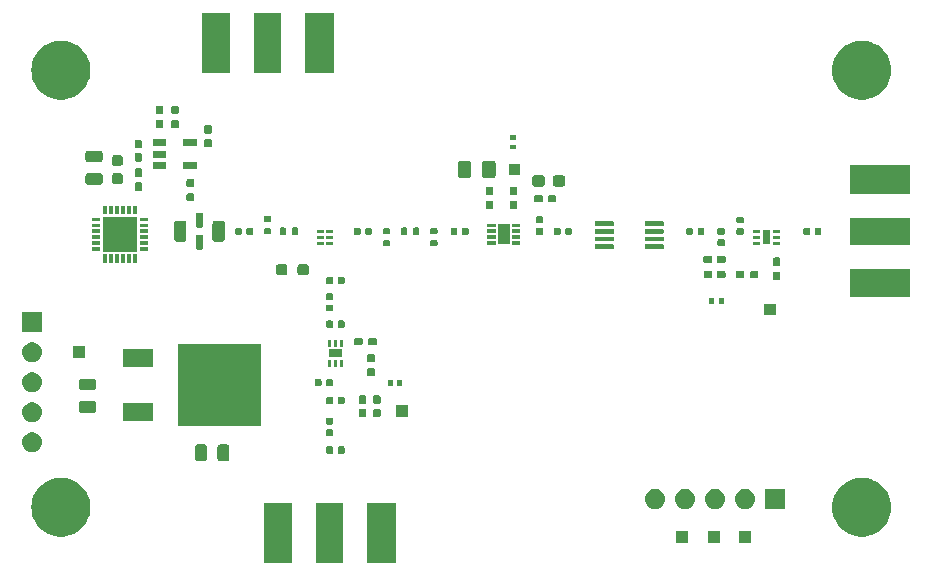
<source format=gts>
%TF.GenerationSoftware,KiCad,Pcbnew,7.0.10*%
%TF.CreationDate,2024-04-01T00:34:45-05:00*%
%TF.ProjectId,Radar2_ExtFilter,52616461-7232-45f4-9578-7446696c7465,rev?*%
%TF.SameCoordinates,Original*%
%TF.FileFunction,Soldermask,Top*%
%TF.FilePolarity,Negative*%
%FSLAX46Y46*%
G04 Gerber Fmt 4.6, Leading zero omitted, Abs format (unit mm)*
G04 Created by KiCad (PCBNEW 7.0.10) date 2024-04-01 00:34:45*
%MOMM*%
%LPD*%
G01*
G04 APERTURE LIST*
G04 APERTURE END LIST*
G36*
X124580000Y-88740000D02*
G01*
X122160000Y-88740000D01*
X122160000Y-83660000D01*
X124580000Y-83660000D01*
X124580000Y-88740000D01*
G37*
G36*
X128895000Y-88740000D02*
G01*
X126605000Y-88740000D01*
X126605000Y-83660000D01*
X128895000Y-83660000D01*
X128895000Y-88740000D01*
G37*
G36*
X133340000Y-88740000D02*
G01*
X130920000Y-88740000D01*
X130920000Y-83660000D01*
X133340000Y-83660000D01*
X133340000Y-88740000D01*
G37*
G36*
X158100000Y-87000000D02*
G01*
X157100000Y-87000000D01*
X157100000Y-86000000D01*
X158100000Y-86000000D01*
X158100000Y-87000000D01*
G37*
G36*
X160800000Y-87000000D02*
G01*
X159800000Y-87000000D01*
X159800000Y-86000000D01*
X160800000Y-86000000D01*
X160800000Y-87000000D01*
G37*
G36*
X163400000Y-87000000D02*
G01*
X162400000Y-87000000D01*
X162400000Y-86000000D01*
X163400000Y-86000000D01*
X163400000Y-87000000D01*
G37*
G36*
X105468453Y-81544282D02*
G01*
X105772542Y-81622359D01*
X106064448Y-81737932D01*
X106339567Y-81889180D01*
X106593560Y-82073717D01*
X106822422Y-82288632D01*
X107022542Y-82530537D01*
X107190767Y-82795616D01*
X107324441Y-83079689D01*
X107421458Y-83378275D01*
X107480287Y-83686667D01*
X107500000Y-84000000D01*
X107480287Y-84313333D01*
X107421458Y-84621725D01*
X107324441Y-84920311D01*
X107190767Y-85204384D01*
X107022542Y-85469463D01*
X106822422Y-85711368D01*
X106593560Y-85926283D01*
X106339567Y-86110820D01*
X106064448Y-86262068D01*
X105772542Y-86377641D01*
X105468453Y-86455718D01*
X105156976Y-86495067D01*
X104843024Y-86495067D01*
X104531547Y-86455718D01*
X104227458Y-86377641D01*
X103935552Y-86262068D01*
X103660433Y-86110820D01*
X103406440Y-85926283D01*
X103177578Y-85711368D01*
X102977458Y-85469463D01*
X102809233Y-85204384D01*
X102675559Y-84920311D01*
X102578542Y-84621725D01*
X102519713Y-84313333D01*
X102500000Y-84000000D01*
X102519713Y-83686667D01*
X102578542Y-83378275D01*
X102675559Y-83079689D01*
X102809233Y-82795616D01*
X102977458Y-82530537D01*
X103177578Y-82288632D01*
X103406440Y-82073717D01*
X103660433Y-81889180D01*
X103935552Y-81737932D01*
X104227458Y-81622359D01*
X104531547Y-81544282D01*
X104843024Y-81504933D01*
X105156976Y-81504933D01*
X105468453Y-81544282D01*
G37*
G36*
X173268453Y-81544282D02*
G01*
X173572542Y-81622359D01*
X173864448Y-81737932D01*
X174139567Y-81889180D01*
X174393560Y-82073717D01*
X174622422Y-82288632D01*
X174822542Y-82530537D01*
X174990767Y-82795616D01*
X175124441Y-83079689D01*
X175221458Y-83378275D01*
X175280287Y-83686667D01*
X175300000Y-84000000D01*
X175280287Y-84313333D01*
X175221458Y-84621725D01*
X175124441Y-84920311D01*
X174990767Y-85204384D01*
X174822542Y-85469463D01*
X174622422Y-85711368D01*
X174393560Y-85926283D01*
X174139567Y-86110820D01*
X173864448Y-86262068D01*
X173572542Y-86377641D01*
X173268453Y-86455718D01*
X172956976Y-86495067D01*
X172643024Y-86495067D01*
X172331547Y-86455718D01*
X172027458Y-86377641D01*
X171735552Y-86262068D01*
X171460433Y-86110820D01*
X171206440Y-85926283D01*
X170977578Y-85711368D01*
X170777458Y-85469463D01*
X170609233Y-85204384D01*
X170475559Y-84920311D01*
X170378542Y-84621725D01*
X170319713Y-84313333D01*
X170300000Y-84000000D01*
X170319713Y-83686667D01*
X170378542Y-83378275D01*
X170475559Y-83079689D01*
X170609233Y-82795616D01*
X170777458Y-82530537D01*
X170977578Y-82288632D01*
X171206440Y-82073717D01*
X171460433Y-81889180D01*
X171735552Y-81737932D01*
X172027458Y-81622359D01*
X172331547Y-81544282D01*
X172643024Y-81504933D01*
X172956976Y-81504933D01*
X173268453Y-81544282D01*
G37*
G36*
X166293464Y-84150000D02*
G01*
X164593464Y-84150000D01*
X164593464Y-82450000D01*
X166293464Y-82450000D01*
X166293464Y-84150000D01*
G37*
G36*
X155546128Y-82491602D02*
G01*
X155708464Y-82563878D01*
X155852225Y-82668327D01*
X155971128Y-82800383D01*
X156059978Y-82954274D01*
X156114889Y-83123275D01*
X156133464Y-83300000D01*
X156114889Y-83476725D01*
X156059978Y-83645726D01*
X155971128Y-83799617D01*
X155852225Y-83931673D01*
X155708464Y-84036122D01*
X155546128Y-84108398D01*
X155372313Y-84145344D01*
X155194615Y-84145344D01*
X155020800Y-84108398D01*
X154858464Y-84036122D01*
X154714703Y-83931673D01*
X154595800Y-83799617D01*
X154506950Y-83645726D01*
X154452039Y-83476725D01*
X154433464Y-83300000D01*
X154452039Y-83123275D01*
X154506950Y-82954274D01*
X154595800Y-82800383D01*
X154714703Y-82668327D01*
X154858464Y-82563878D01*
X155020800Y-82491602D01*
X155194615Y-82454656D01*
X155372313Y-82454656D01*
X155546128Y-82491602D01*
G37*
G36*
X158086128Y-82491602D02*
G01*
X158248464Y-82563878D01*
X158392225Y-82668327D01*
X158511128Y-82800383D01*
X158599978Y-82954274D01*
X158654889Y-83123275D01*
X158673464Y-83300000D01*
X158654889Y-83476725D01*
X158599978Y-83645726D01*
X158511128Y-83799617D01*
X158392225Y-83931673D01*
X158248464Y-84036122D01*
X158086128Y-84108398D01*
X157912313Y-84145344D01*
X157734615Y-84145344D01*
X157560800Y-84108398D01*
X157398464Y-84036122D01*
X157254703Y-83931673D01*
X157135800Y-83799617D01*
X157046950Y-83645726D01*
X156992039Y-83476725D01*
X156973464Y-83300000D01*
X156992039Y-83123275D01*
X157046950Y-82954274D01*
X157135800Y-82800383D01*
X157254703Y-82668327D01*
X157398464Y-82563878D01*
X157560800Y-82491602D01*
X157734615Y-82454656D01*
X157912313Y-82454656D01*
X158086128Y-82491602D01*
G37*
G36*
X160626128Y-82491602D02*
G01*
X160788464Y-82563878D01*
X160932225Y-82668327D01*
X161051128Y-82800383D01*
X161139978Y-82954274D01*
X161194889Y-83123275D01*
X161213464Y-83300000D01*
X161194889Y-83476725D01*
X161139978Y-83645726D01*
X161051128Y-83799617D01*
X160932225Y-83931673D01*
X160788464Y-84036122D01*
X160626128Y-84108398D01*
X160452313Y-84145344D01*
X160274615Y-84145344D01*
X160100800Y-84108398D01*
X159938464Y-84036122D01*
X159794703Y-83931673D01*
X159675800Y-83799617D01*
X159586950Y-83645726D01*
X159532039Y-83476725D01*
X159513464Y-83300000D01*
X159532039Y-83123275D01*
X159586950Y-82954274D01*
X159675800Y-82800383D01*
X159794703Y-82668327D01*
X159938464Y-82563878D01*
X160100800Y-82491602D01*
X160274615Y-82454656D01*
X160452313Y-82454656D01*
X160626128Y-82491602D01*
G37*
G36*
X163166128Y-82491602D02*
G01*
X163328464Y-82563878D01*
X163472225Y-82668327D01*
X163591128Y-82800383D01*
X163679978Y-82954274D01*
X163734889Y-83123275D01*
X163753464Y-83300000D01*
X163734889Y-83476725D01*
X163679978Y-83645726D01*
X163591128Y-83799617D01*
X163472225Y-83931673D01*
X163328464Y-84036122D01*
X163166128Y-84108398D01*
X162992313Y-84145344D01*
X162814615Y-84145344D01*
X162640800Y-84108398D01*
X162478464Y-84036122D01*
X162334703Y-83931673D01*
X162215800Y-83799617D01*
X162126950Y-83645726D01*
X162072039Y-83476725D01*
X162053464Y-83300000D01*
X162072039Y-83123275D01*
X162126950Y-82954274D01*
X162215800Y-82800383D01*
X162334703Y-82668327D01*
X162478464Y-82563878D01*
X162640800Y-82491602D01*
X162814615Y-82454656D01*
X162992313Y-82454656D01*
X163166128Y-82491602D01*
G37*
G36*
X117104091Y-78675813D02*
G01*
X117155393Y-78681765D01*
X117172922Y-78689505D01*
X117195671Y-78694030D01*
X117220025Y-78710302D01*
X117240789Y-78719471D01*
X117254970Y-78733652D01*
X117276777Y-78748223D01*
X117291347Y-78770029D01*
X117305528Y-78784210D01*
X117314695Y-78804972D01*
X117330970Y-78829329D01*
X117335495Y-78852079D01*
X117343234Y-78869606D01*
X117349184Y-78920898D01*
X117350000Y-78925000D01*
X117350000Y-79875000D01*
X117349183Y-79879103D01*
X117343234Y-79930393D01*
X117335495Y-79947918D01*
X117330970Y-79970671D01*
X117314694Y-79995029D01*
X117305528Y-80015789D01*
X117291349Y-80029967D01*
X117276777Y-80051777D01*
X117254967Y-80066349D01*
X117240789Y-80080528D01*
X117220029Y-80089694D01*
X117195671Y-80105970D01*
X117172918Y-80110495D01*
X117155393Y-80118234D01*
X117104103Y-80124183D01*
X117100000Y-80125000D01*
X116600000Y-80125000D01*
X116595898Y-80124184D01*
X116544606Y-80118234D01*
X116527079Y-80110495D01*
X116504329Y-80105970D01*
X116479972Y-80089695D01*
X116459210Y-80080528D01*
X116445029Y-80066347D01*
X116423223Y-80051777D01*
X116408652Y-80029970D01*
X116394471Y-80015789D01*
X116385302Y-79995025D01*
X116369030Y-79970671D01*
X116364505Y-79947922D01*
X116356765Y-79930393D01*
X116350813Y-79879091D01*
X116350000Y-79875000D01*
X116350000Y-78925000D01*
X116350813Y-78920910D01*
X116356765Y-78869606D01*
X116364505Y-78852075D01*
X116369030Y-78829329D01*
X116385301Y-78804976D01*
X116394471Y-78784210D01*
X116408654Y-78770026D01*
X116423223Y-78748223D01*
X116445026Y-78733654D01*
X116459210Y-78719471D01*
X116479976Y-78710301D01*
X116504329Y-78694030D01*
X116527075Y-78689505D01*
X116544606Y-78681765D01*
X116595910Y-78675813D01*
X116600000Y-78675000D01*
X117100000Y-78675000D01*
X117104091Y-78675813D01*
G37*
G36*
X119004091Y-78675813D02*
G01*
X119055393Y-78681765D01*
X119072922Y-78689505D01*
X119095671Y-78694030D01*
X119120025Y-78710302D01*
X119140789Y-78719471D01*
X119154970Y-78733652D01*
X119176777Y-78748223D01*
X119191347Y-78770029D01*
X119205528Y-78784210D01*
X119214695Y-78804972D01*
X119230970Y-78829329D01*
X119235495Y-78852079D01*
X119243234Y-78869606D01*
X119249184Y-78920898D01*
X119250000Y-78925000D01*
X119250000Y-79875000D01*
X119249183Y-79879103D01*
X119243234Y-79930393D01*
X119235495Y-79947918D01*
X119230970Y-79970671D01*
X119214694Y-79995029D01*
X119205528Y-80015789D01*
X119191349Y-80029967D01*
X119176777Y-80051777D01*
X119154967Y-80066349D01*
X119140789Y-80080528D01*
X119120029Y-80089694D01*
X119095671Y-80105970D01*
X119072918Y-80110495D01*
X119055393Y-80118234D01*
X119004103Y-80124183D01*
X119000000Y-80125000D01*
X118500000Y-80125000D01*
X118495898Y-80124184D01*
X118444606Y-80118234D01*
X118427079Y-80110495D01*
X118404329Y-80105970D01*
X118379972Y-80089695D01*
X118359210Y-80080528D01*
X118345029Y-80066347D01*
X118323223Y-80051777D01*
X118308652Y-80029970D01*
X118294471Y-80015789D01*
X118285302Y-79995025D01*
X118269030Y-79970671D01*
X118264505Y-79947922D01*
X118256765Y-79930393D01*
X118250813Y-79879091D01*
X118250000Y-79875000D01*
X118250000Y-78925000D01*
X118250813Y-78920910D01*
X118256765Y-78869606D01*
X118264505Y-78852075D01*
X118269030Y-78829329D01*
X118285301Y-78804976D01*
X118294471Y-78784210D01*
X118308654Y-78770026D01*
X118323223Y-78748223D01*
X118345026Y-78733654D01*
X118359210Y-78719471D01*
X118379976Y-78710301D01*
X118404329Y-78694030D01*
X118427075Y-78689505D01*
X118444606Y-78681765D01*
X118495910Y-78675813D01*
X118500000Y-78675000D01*
X119000000Y-78675000D01*
X119004091Y-78675813D01*
G37*
G36*
X127953946Y-78841228D02*
G01*
X128001798Y-78873202D01*
X128033772Y-78921054D01*
X128045000Y-78977500D01*
X128045000Y-79322500D01*
X128033772Y-79378946D01*
X128001798Y-79426798D01*
X127953946Y-79458772D01*
X127897500Y-79470000D01*
X127602500Y-79470000D01*
X127546054Y-79458772D01*
X127498202Y-79426798D01*
X127466228Y-79378946D01*
X127455000Y-79322500D01*
X127455000Y-78977500D01*
X127466228Y-78921054D01*
X127498202Y-78873202D01*
X127546054Y-78841228D01*
X127602500Y-78830000D01*
X127897500Y-78830000D01*
X127953946Y-78841228D01*
G37*
G36*
X128923946Y-78841228D02*
G01*
X128971798Y-78873202D01*
X129003772Y-78921054D01*
X129015000Y-78977500D01*
X129015000Y-79322500D01*
X129003772Y-79378946D01*
X128971798Y-79426798D01*
X128923946Y-79458772D01*
X128867500Y-79470000D01*
X128572500Y-79470000D01*
X128516054Y-79458772D01*
X128468202Y-79426798D01*
X128436228Y-79378946D01*
X128425000Y-79322500D01*
X128425000Y-78977500D01*
X128436228Y-78921054D01*
X128468202Y-78873202D01*
X128516054Y-78841228D01*
X128572500Y-78830000D01*
X128867500Y-78830000D01*
X128923946Y-78841228D01*
G37*
G36*
X102832664Y-77691602D02*
G01*
X102995000Y-77763878D01*
X103138761Y-77868327D01*
X103257664Y-78000383D01*
X103346514Y-78154274D01*
X103401425Y-78323275D01*
X103420000Y-78500000D01*
X103401425Y-78676725D01*
X103346514Y-78845726D01*
X103257664Y-78999617D01*
X103138761Y-79131673D01*
X102995000Y-79236122D01*
X102832664Y-79308398D01*
X102658849Y-79345344D01*
X102481151Y-79345344D01*
X102307336Y-79308398D01*
X102145000Y-79236122D01*
X102001239Y-79131673D01*
X101882336Y-78999617D01*
X101793486Y-78845726D01*
X101738575Y-78676725D01*
X101720000Y-78500000D01*
X101738575Y-78323275D01*
X101793486Y-78154274D01*
X101882336Y-78000383D01*
X102001239Y-77868327D01*
X102145000Y-77763878D01*
X102307336Y-77691602D01*
X102481151Y-77654656D01*
X102658849Y-77654656D01*
X102832664Y-77691602D01*
G37*
G36*
X127973576Y-77410657D02*
G01*
X128018995Y-77441005D01*
X128049343Y-77486424D01*
X128060000Y-77540000D01*
X128060000Y-77820000D01*
X128049343Y-77873576D01*
X128018995Y-77918995D01*
X127973576Y-77949343D01*
X127920000Y-77960000D01*
X127580000Y-77960000D01*
X127526424Y-77949343D01*
X127481005Y-77918995D01*
X127450657Y-77873576D01*
X127440000Y-77820000D01*
X127440000Y-77540000D01*
X127450657Y-77486424D01*
X127481005Y-77441005D01*
X127526424Y-77410657D01*
X127580000Y-77400000D01*
X127920000Y-77400000D01*
X127973576Y-77410657D01*
G37*
G36*
X121907000Y-77160000D02*
G01*
X114907000Y-77160000D01*
X114907000Y-70160000D01*
X121907000Y-70160000D01*
X121907000Y-77160000D01*
G37*
G36*
X127973576Y-76450657D02*
G01*
X128018995Y-76481005D01*
X128049343Y-76526424D01*
X128060000Y-76580000D01*
X128060000Y-76860000D01*
X128049343Y-76913576D01*
X128018995Y-76958995D01*
X127973576Y-76989343D01*
X127920000Y-77000000D01*
X127580000Y-77000000D01*
X127526424Y-76989343D01*
X127481005Y-76958995D01*
X127450657Y-76913576D01*
X127440000Y-76860000D01*
X127440000Y-76580000D01*
X127450657Y-76526424D01*
X127481005Y-76481005D01*
X127526424Y-76450657D01*
X127580000Y-76440000D01*
X127920000Y-76440000D01*
X127973576Y-76450657D01*
G37*
G36*
X102832664Y-75151602D02*
G01*
X102995000Y-75223878D01*
X103138761Y-75328327D01*
X103257664Y-75460383D01*
X103346514Y-75614274D01*
X103401425Y-75783275D01*
X103420000Y-75960000D01*
X103401425Y-76136725D01*
X103346514Y-76305726D01*
X103257664Y-76459617D01*
X103138761Y-76591673D01*
X102995000Y-76696122D01*
X102832664Y-76768398D01*
X102658849Y-76805344D01*
X102481151Y-76805344D01*
X102307336Y-76768398D01*
X102145000Y-76696122D01*
X102001239Y-76591673D01*
X101882336Y-76459617D01*
X101793486Y-76305726D01*
X101738575Y-76136725D01*
X101720000Y-75960000D01*
X101738575Y-75783275D01*
X101793486Y-75614274D01*
X101882336Y-75460383D01*
X102001239Y-75328327D01*
X102145000Y-75223878D01*
X102307336Y-75151602D01*
X102481151Y-75114656D01*
X102658849Y-75114656D01*
X102832664Y-75151602D01*
G37*
G36*
X112757000Y-76710000D02*
G01*
X110257000Y-76710000D01*
X110257000Y-75210000D01*
X112757000Y-75210000D01*
X112757000Y-76710000D01*
G37*
G36*
X130744316Y-75661799D02*
G01*
X130794602Y-75695398D01*
X130828201Y-75745684D01*
X130840000Y-75805000D01*
X130840000Y-76230000D01*
X130828201Y-76289316D01*
X130794602Y-76339602D01*
X130744316Y-76373201D01*
X130685000Y-76385000D01*
X130375000Y-76385000D01*
X130315684Y-76373201D01*
X130265398Y-76339602D01*
X130231799Y-76289316D01*
X130220000Y-76230000D01*
X130220000Y-75805000D01*
X130231799Y-75745684D01*
X130265398Y-75695398D01*
X130315684Y-75661799D01*
X130375000Y-75650000D01*
X130685000Y-75650000D01*
X130744316Y-75661799D01*
G37*
G36*
X131964316Y-75661799D02*
G01*
X132014602Y-75695398D01*
X132048201Y-75745684D01*
X132060000Y-75805000D01*
X132060000Y-76230000D01*
X132048201Y-76289316D01*
X132014602Y-76339602D01*
X131964316Y-76373201D01*
X131905000Y-76385000D01*
X131595000Y-76385000D01*
X131535684Y-76373201D01*
X131485398Y-76339602D01*
X131451799Y-76289316D01*
X131440000Y-76230000D01*
X131440000Y-75805000D01*
X131451799Y-75745684D01*
X131485398Y-75695398D01*
X131535684Y-75661799D01*
X131595000Y-75650000D01*
X131905000Y-75650000D01*
X131964316Y-75661799D01*
G37*
G36*
X134400000Y-76375000D02*
G01*
X133400000Y-76375000D01*
X133400000Y-75375000D01*
X134400000Y-75375000D01*
X134400000Y-76375000D01*
G37*
G36*
X107729091Y-75000813D02*
G01*
X107780393Y-75006765D01*
X107797922Y-75014505D01*
X107820671Y-75019030D01*
X107845025Y-75035302D01*
X107865789Y-75044471D01*
X107879970Y-75058652D01*
X107901777Y-75073223D01*
X107916347Y-75095029D01*
X107930528Y-75109210D01*
X107939695Y-75129972D01*
X107955970Y-75154329D01*
X107960495Y-75177079D01*
X107968234Y-75194606D01*
X107974184Y-75245898D01*
X107975000Y-75250000D01*
X107975000Y-75750000D01*
X107974183Y-75754103D01*
X107968234Y-75805393D01*
X107960495Y-75822918D01*
X107955970Y-75845671D01*
X107939694Y-75870029D01*
X107930528Y-75890789D01*
X107916349Y-75904967D01*
X107901777Y-75926777D01*
X107879967Y-75941349D01*
X107865789Y-75955528D01*
X107845029Y-75964694D01*
X107820671Y-75980970D01*
X107797918Y-75985495D01*
X107780393Y-75993234D01*
X107729103Y-75999183D01*
X107725000Y-76000000D01*
X106775000Y-76000000D01*
X106770898Y-75999184D01*
X106719606Y-75993234D01*
X106702079Y-75985495D01*
X106679329Y-75980970D01*
X106654972Y-75964695D01*
X106634210Y-75955528D01*
X106620029Y-75941347D01*
X106598223Y-75926777D01*
X106583652Y-75904970D01*
X106569471Y-75890789D01*
X106560302Y-75870025D01*
X106544030Y-75845671D01*
X106539505Y-75822922D01*
X106531765Y-75805393D01*
X106525813Y-75754091D01*
X106525000Y-75750000D01*
X106525000Y-75250000D01*
X106525813Y-75245910D01*
X106531765Y-75194606D01*
X106539505Y-75177075D01*
X106544030Y-75154329D01*
X106560301Y-75129976D01*
X106569471Y-75109210D01*
X106583654Y-75095026D01*
X106598223Y-75073223D01*
X106620026Y-75058654D01*
X106634210Y-75044471D01*
X106654976Y-75035301D01*
X106679329Y-75019030D01*
X106702075Y-75014505D01*
X106719606Y-75006765D01*
X106770910Y-75000813D01*
X106775000Y-75000000D01*
X107725000Y-75000000D01*
X107729091Y-75000813D01*
G37*
G36*
X127953946Y-74641228D02*
G01*
X128001798Y-74673202D01*
X128033772Y-74721054D01*
X128045000Y-74777500D01*
X128045000Y-75122500D01*
X128033772Y-75178946D01*
X128001798Y-75226798D01*
X127953946Y-75258772D01*
X127897500Y-75270000D01*
X127602500Y-75270000D01*
X127546054Y-75258772D01*
X127498202Y-75226798D01*
X127466228Y-75178946D01*
X127455000Y-75122500D01*
X127455000Y-74777500D01*
X127466228Y-74721054D01*
X127498202Y-74673202D01*
X127546054Y-74641228D01*
X127602500Y-74630000D01*
X127897500Y-74630000D01*
X127953946Y-74641228D01*
G37*
G36*
X128923946Y-74641228D02*
G01*
X128971798Y-74673202D01*
X129003772Y-74721054D01*
X129015000Y-74777500D01*
X129015000Y-75122500D01*
X129003772Y-75178946D01*
X128971798Y-75226798D01*
X128923946Y-75258772D01*
X128867500Y-75270000D01*
X128572500Y-75270000D01*
X128516054Y-75258772D01*
X128468202Y-75226798D01*
X128436228Y-75178946D01*
X128425000Y-75122500D01*
X128425000Y-74777500D01*
X128436228Y-74721054D01*
X128468202Y-74673202D01*
X128516054Y-74641228D01*
X128572500Y-74630000D01*
X128867500Y-74630000D01*
X128923946Y-74641228D01*
G37*
G36*
X130744316Y-74526799D02*
G01*
X130794602Y-74560398D01*
X130828201Y-74610684D01*
X130840000Y-74670000D01*
X130840000Y-75095000D01*
X130828201Y-75154316D01*
X130794602Y-75204602D01*
X130744316Y-75238201D01*
X130685000Y-75250000D01*
X130375000Y-75250000D01*
X130315684Y-75238201D01*
X130265398Y-75204602D01*
X130231799Y-75154316D01*
X130220000Y-75095000D01*
X130220000Y-74670000D01*
X130231799Y-74610684D01*
X130265398Y-74560398D01*
X130315684Y-74526799D01*
X130375000Y-74515000D01*
X130685000Y-74515000D01*
X130744316Y-74526799D01*
G37*
G36*
X131964316Y-74526799D02*
G01*
X132014602Y-74560398D01*
X132048201Y-74610684D01*
X132060000Y-74670000D01*
X132060000Y-75095000D01*
X132048201Y-75154316D01*
X132014602Y-75204602D01*
X131964316Y-75238201D01*
X131905000Y-75250000D01*
X131595000Y-75250000D01*
X131535684Y-75238201D01*
X131485398Y-75204602D01*
X131451799Y-75154316D01*
X131440000Y-75095000D01*
X131440000Y-74670000D01*
X131451799Y-74610684D01*
X131485398Y-74560398D01*
X131535684Y-74526799D01*
X131595000Y-74515000D01*
X131905000Y-74515000D01*
X131964316Y-74526799D01*
G37*
G36*
X102832664Y-72611602D02*
G01*
X102995000Y-72683878D01*
X103138761Y-72788327D01*
X103257664Y-72920383D01*
X103346514Y-73074274D01*
X103401425Y-73243275D01*
X103420000Y-73420000D01*
X103401425Y-73596725D01*
X103346514Y-73765726D01*
X103257664Y-73919617D01*
X103138761Y-74051673D01*
X102995000Y-74156122D01*
X102832664Y-74228398D01*
X102658849Y-74265344D01*
X102481151Y-74265344D01*
X102307336Y-74228398D01*
X102145000Y-74156122D01*
X102001239Y-74051673D01*
X101882336Y-73919617D01*
X101793486Y-73765726D01*
X101738575Y-73596725D01*
X101720000Y-73420000D01*
X101738575Y-73243275D01*
X101793486Y-73074274D01*
X101882336Y-72920383D01*
X102001239Y-72788327D01*
X102145000Y-72683878D01*
X102307336Y-72611602D01*
X102481151Y-72574656D01*
X102658849Y-72574656D01*
X102832664Y-72611602D01*
G37*
G36*
X107729091Y-73100813D02*
G01*
X107780393Y-73106765D01*
X107797922Y-73114505D01*
X107820671Y-73119030D01*
X107845025Y-73135302D01*
X107865789Y-73144471D01*
X107879970Y-73158652D01*
X107901777Y-73173223D01*
X107916347Y-73195029D01*
X107930528Y-73209210D01*
X107939695Y-73229972D01*
X107955970Y-73254329D01*
X107960495Y-73277079D01*
X107968234Y-73294606D01*
X107974184Y-73345898D01*
X107975000Y-73350000D01*
X107975000Y-73850000D01*
X107974183Y-73854103D01*
X107968234Y-73905393D01*
X107960495Y-73922918D01*
X107955970Y-73945671D01*
X107939694Y-73970029D01*
X107930528Y-73990789D01*
X107916349Y-74004967D01*
X107901777Y-74026777D01*
X107879967Y-74041349D01*
X107865789Y-74055528D01*
X107845029Y-74064694D01*
X107820671Y-74080970D01*
X107797918Y-74085495D01*
X107780393Y-74093234D01*
X107729103Y-74099183D01*
X107725000Y-74100000D01*
X106775000Y-74100000D01*
X106770898Y-74099184D01*
X106719606Y-74093234D01*
X106702079Y-74085495D01*
X106679329Y-74080970D01*
X106654972Y-74064695D01*
X106634210Y-74055528D01*
X106620029Y-74041347D01*
X106598223Y-74026777D01*
X106583652Y-74004970D01*
X106569471Y-73990789D01*
X106560302Y-73970025D01*
X106544030Y-73945671D01*
X106539505Y-73922922D01*
X106531765Y-73905393D01*
X106525813Y-73854091D01*
X106525000Y-73850000D01*
X106525000Y-73350000D01*
X106525813Y-73345910D01*
X106531765Y-73294606D01*
X106539505Y-73277075D01*
X106544030Y-73254329D01*
X106560301Y-73229976D01*
X106569471Y-73209210D01*
X106583654Y-73195026D01*
X106598223Y-73173223D01*
X106620026Y-73158654D01*
X106634210Y-73144471D01*
X106654976Y-73135301D01*
X106679329Y-73119030D01*
X106702075Y-73114505D01*
X106719606Y-73106765D01*
X106770910Y-73100813D01*
X106775000Y-73100000D01*
X107725000Y-73100000D01*
X107729091Y-73100813D01*
G37*
G36*
X126983576Y-73150657D02*
G01*
X127028995Y-73181005D01*
X127059343Y-73226424D01*
X127070000Y-73280000D01*
X127070000Y-73620000D01*
X127059343Y-73673576D01*
X127028995Y-73718995D01*
X126983576Y-73749343D01*
X126930000Y-73760000D01*
X126650000Y-73760000D01*
X126596424Y-73749343D01*
X126551005Y-73718995D01*
X126520657Y-73673576D01*
X126510000Y-73620000D01*
X126510000Y-73280000D01*
X126520657Y-73226424D01*
X126551005Y-73181005D01*
X126596424Y-73150657D01*
X126650000Y-73140000D01*
X126930000Y-73140000D01*
X126983576Y-73150657D01*
G37*
G36*
X127943576Y-73150657D02*
G01*
X127988995Y-73181005D01*
X128019343Y-73226424D01*
X128030000Y-73280000D01*
X128030000Y-73620000D01*
X128019343Y-73673576D01*
X127988995Y-73718995D01*
X127943576Y-73749343D01*
X127890000Y-73760000D01*
X127610000Y-73760000D01*
X127556424Y-73749343D01*
X127511005Y-73718995D01*
X127480657Y-73673576D01*
X127470000Y-73620000D01*
X127470000Y-73280000D01*
X127480657Y-73226424D01*
X127511005Y-73181005D01*
X127556424Y-73150657D01*
X127610000Y-73140000D01*
X127890000Y-73140000D01*
X127943576Y-73150657D01*
G37*
G36*
X133080000Y-73700000D02*
G01*
X132680000Y-73700000D01*
X132680000Y-73200000D01*
X133080000Y-73200000D01*
X133080000Y-73700000D01*
G37*
G36*
X133880000Y-73700000D02*
G01*
X133480000Y-73700000D01*
X133480000Y-73200000D01*
X133880000Y-73200000D01*
X133880000Y-73700000D01*
G37*
G36*
X131471229Y-72202179D02*
G01*
X131523137Y-72236863D01*
X131557821Y-72288771D01*
X131570000Y-72350000D01*
X131570000Y-72745000D01*
X131557821Y-72806229D01*
X131523137Y-72858137D01*
X131471229Y-72892821D01*
X131410000Y-72905000D01*
X131090000Y-72905000D01*
X131028771Y-72892821D01*
X130976863Y-72858137D01*
X130942179Y-72806229D01*
X130930000Y-72745000D01*
X130930000Y-72350000D01*
X130942179Y-72288771D01*
X130976863Y-72236863D01*
X131028771Y-72202179D01*
X131090000Y-72190000D01*
X131410000Y-72190000D01*
X131471229Y-72202179D01*
G37*
G36*
X112757000Y-72110000D02*
G01*
X110257000Y-72110000D01*
X110257000Y-70610000D01*
X112757000Y-70610000D01*
X112757000Y-72110000D01*
G37*
G36*
X127875000Y-72100000D02*
G01*
X127625000Y-72100000D01*
X127625000Y-71500000D01*
X127875000Y-71500000D01*
X127875000Y-72100000D01*
G37*
G36*
X128375000Y-72100000D02*
G01*
X128125000Y-72100000D01*
X128125000Y-71500000D01*
X128375000Y-71500000D01*
X128375000Y-72100000D01*
G37*
G36*
X128875000Y-72100000D02*
G01*
X128625000Y-72100000D01*
X128625000Y-71500000D01*
X128875000Y-71500000D01*
X128875000Y-72100000D01*
G37*
G36*
X102832664Y-70071602D02*
G01*
X102995000Y-70143878D01*
X103138761Y-70248327D01*
X103257664Y-70380383D01*
X103346514Y-70534274D01*
X103401425Y-70703275D01*
X103420000Y-70880000D01*
X103401425Y-71056725D01*
X103346514Y-71225726D01*
X103257664Y-71379617D01*
X103138761Y-71511673D01*
X102995000Y-71616122D01*
X102832664Y-71688398D01*
X102658849Y-71725344D01*
X102481151Y-71725344D01*
X102307336Y-71688398D01*
X102145000Y-71616122D01*
X102001239Y-71511673D01*
X101882336Y-71379617D01*
X101793486Y-71225726D01*
X101738575Y-71056725D01*
X101720000Y-70880000D01*
X101738575Y-70703275D01*
X101793486Y-70534274D01*
X101882336Y-70380383D01*
X102001239Y-70248327D01*
X102145000Y-70143878D01*
X102307336Y-70071602D01*
X102481151Y-70034656D01*
X102658849Y-70034656D01*
X102832664Y-70071602D01*
G37*
G36*
X131471229Y-71007179D02*
G01*
X131523137Y-71041863D01*
X131557821Y-71093771D01*
X131570000Y-71155000D01*
X131570000Y-71550000D01*
X131557821Y-71611229D01*
X131523137Y-71663137D01*
X131471229Y-71697821D01*
X131410000Y-71710000D01*
X131090000Y-71710000D01*
X131028771Y-71697821D01*
X130976863Y-71663137D01*
X130942179Y-71611229D01*
X130930000Y-71550000D01*
X130930000Y-71155000D01*
X130942179Y-71093771D01*
X130976863Y-71041863D01*
X131028771Y-71007179D01*
X131090000Y-70995000D01*
X131410000Y-70995000D01*
X131471229Y-71007179D01*
G37*
G36*
X107000000Y-71350000D02*
G01*
X106000000Y-71350000D01*
X106000000Y-70350000D01*
X107000000Y-70350000D01*
X107000000Y-71350000D01*
G37*
G36*
X128825000Y-71275000D02*
G01*
X127675000Y-71275000D01*
X127675000Y-70625000D01*
X128825000Y-70625000D01*
X128825000Y-71275000D01*
G37*
G36*
X127875000Y-70400000D02*
G01*
X127625000Y-70400000D01*
X127625000Y-69800000D01*
X127875000Y-69800000D01*
X127875000Y-70400000D01*
G37*
G36*
X128375000Y-70400000D02*
G01*
X128125000Y-70400000D01*
X128125000Y-69800000D01*
X128375000Y-69800000D01*
X128375000Y-70400000D01*
G37*
G36*
X128875000Y-70400000D02*
G01*
X128625000Y-70400000D01*
X128625000Y-69800000D01*
X128875000Y-69800000D01*
X128875000Y-70400000D01*
G37*
G36*
X130441229Y-69642179D02*
G01*
X130493137Y-69676863D01*
X130527821Y-69728771D01*
X130540000Y-69790000D01*
X130540000Y-70110000D01*
X130527821Y-70171229D01*
X130493137Y-70223137D01*
X130441229Y-70257821D01*
X130380000Y-70270000D01*
X129985000Y-70270000D01*
X129923771Y-70257821D01*
X129871863Y-70223137D01*
X129837179Y-70171229D01*
X129825000Y-70110000D01*
X129825000Y-69790000D01*
X129837179Y-69728771D01*
X129871863Y-69676863D01*
X129923771Y-69642179D01*
X129985000Y-69630000D01*
X130380000Y-69630000D01*
X130441229Y-69642179D01*
G37*
G36*
X131636229Y-69642179D02*
G01*
X131688137Y-69676863D01*
X131722821Y-69728771D01*
X131735000Y-69790000D01*
X131735000Y-70110000D01*
X131722821Y-70171229D01*
X131688137Y-70223137D01*
X131636229Y-70257821D01*
X131575000Y-70270000D01*
X131180000Y-70270000D01*
X131118771Y-70257821D01*
X131066863Y-70223137D01*
X131032179Y-70171229D01*
X131020000Y-70110000D01*
X131020000Y-69790000D01*
X131032179Y-69728771D01*
X131066863Y-69676863D01*
X131118771Y-69642179D01*
X131180000Y-69630000D01*
X131575000Y-69630000D01*
X131636229Y-69642179D01*
G37*
G36*
X103420000Y-69190000D02*
G01*
X101720000Y-69190000D01*
X101720000Y-67490000D01*
X103420000Y-67490000D01*
X103420000Y-69190000D01*
G37*
G36*
X127953946Y-68191228D02*
G01*
X128001798Y-68223202D01*
X128033772Y-68271054D01*
X128045000Y-68327500D01*
X128045000Y-68672500D01*
X128033772Y-68728946D01*
X128001798Y-68776798D01*
X127953946Y-68808772D01*
X127897500Y-68820000D01*
X127602500Y-68820000D01*
X127546054Y-68808772D01*
X127498202Y-68776798D01*
X127466228Y-68728946D01*
X127455000Y-68672500D01*
X127455000Y-68327500D01*
X127466228Y-68271054D01*
X127498202Y-68223202D01*
X127546054Y-68191228D01*
X127602500Y-68180000D01*
X127897500Y-68180000D01*
X127953946Y-68191228D01*
G37*
G36*
X128923946Y-68191228D02*
G01*
X128971798Y-68223202D01*
X129003772Y-68271054D01*
X129015000Y-68327500D01*
X129015000Y-68672500D01*
X129003772Y-68728946D01*
X128971798Y-68776798D01*
X128923946Y-68808772D01*
X128867500Y-68820000D01*
X128572500Y-68820000D01*
X128516054Y-68808772D01*
X128468202Y-68776798D01*
X128436228Y-68728946D01*
X128425000Y-68672500D01*
X128425000Y-68327500D01*
X128436228Y-68271054D01*
X128468202Y-68223202D01*
X128516054Y-68191228D01*
X128572500Y-68180000D01*
X128867500Y-68180000D01*
X128923946Y-68191228D01*
G37*
G36*
X165500000Y-67750000D02*
G01*
X164500000Y-67750000D01*
X164500000Y-66750000D01*
X165500000Y-66750000D01*
X165500000Y-67750000D01*
G37*
G36*
X127973576Y-66860657D02*
G01*
X128018995Y-66891005D01*
X128049343Y-66936424D01*
X128060000Y-66990000D01*
X128060000Y-67270000D01*
X128049343Y-67323576D01*
X128018995Y-67368995D01*
X127973576Y-67399343D01*
X127920000Y-67410000D01*
X127580000Y-67410000D01*
X127526424Y-67399343D01*
X127481005Y-67368995D01*
X127450657Y-67323576D01*
X127440000Y-67270000D01*
X127440000Y-66990000D01*
X127450657Y-66936424D01*
X127481005Y-66891005D01*
X127526424Y-66860657D01*
X127580000Y-66850000D01*
X127920000Y-66850000D01*
X127973576Y-66860657D01*
G37*
G36*
X160300000Y-66750000D02*
G01*
X159900000Y-66750000D01*
X159900000Y-66250000D01*
X160300000Y-66250000D01*
X160300000Y-66750000D01*
G37*
G36*
X161100000Y-66750000D02*
G01*
X160700000Y-66750000D01*
X160700000Y-66250000D01*
X161100000Y-66250000D01*
X161100000Y-66750000D01*
G37*
G36*
X127973576Y-65900657D02*
G01*
X128018995Y-65931005D01*
X128049343Y-65976424D01*
X128060000Y-66030000D01*
X128060000Y-66310000D01*
X128049343Y-66363576D01*
X128018995Y-66408995D01*
X127973576Y-66439343D01*
X127920000Y-66450000D01*
X127580000Y-66450000D01*
X127526424Y-66439343D01*
X127481005Y-66408995D01*
X127450657Y-66363576D01*
X127440000Y-66310000D01*
X127440000Y-66030000D01*
X127450657Y-65976424D01*
X127481005Y-65931005D01*
X127526424Y-65900657D01*
X127580000Y-65890000D01*
X127920000Y-65890000D01*
X127973576Y-65900657D01*
G37*
G36*
X176900000Y-66220000D02*
G01*
X171820000Y-66220000D01*
X171820000Y-63800000D01*
X176900000Y-63800000D01*
X176900000Y-66220000D01*
G37*
G36*
X127953946Y-64491228D02*
G01*
X128001798Y-64523202D01*
X128033772Y-64571054D01*
X128045000Y-64627500D01*
X128045000Y-64972500D01*
X128033772Y-65028946D01*
X128001798Y-65076798D01*
X127953946Y-65108772D01*
X127897500Y-65120000D01*
X127602500Y-65120000D01*
X127546054Y-65108772D01*
X127498202Y-65076798D01*
X127466228Y-65028946D01*
X127455000Y-64972500D01*
X127455000Y-64627500D01*
X127466228Y-64571054D01*
X127498202Y-64523202D01*
X127546054Y-64491228D01*
X127602500Y-64480000D01*
X127897500Y-64480000D01*
X127953946Y-64491228D01*
G37*
G36*
X128923946Y-64491228D02*
G01*
X128971798Y-64523202D01*
X129003772Y-64571054D01*
X129015000Y-64627500D01*
X129015000Y-64972500D01*
X129003772Y-65028946D01*
X128971798Y-65076798D01*
X128923946Y-65108772D01*
X128867500Y-65120000D01*
X128572500Y-65120000D01*
X128516054Y-65108772D01*
X128468202Y-65076798D01*
X128436228Y-65028946D01*
X128425000Y-64972500D01*
X128425000Y-64627500D01*
X128436228Y-64571054D01*
X128468202Y-64523202D01*
X128516054Y-64491228D01*
X128572500Y-64480000D01*
X128867500Y-64480000D01*
X128923946Y-64491228D01*
G37*
G36*
X165821229Y-64052179D02*
G01*
X165873137Y-64086863D01*
X165907821Y-64138771D01*
X165920000Y-64200000D01*
X165920000Y-64595000D01*
X165907821Y-64656229D01*
X165873137Y-64708137D01*
X165821229Y-64742821D01*
X165760000Y-64755000D01*
X165440000Y-64755000D01*
X165378771Y-64742821D01*
X165326863Y-64708137D01*
X165292179Y-64656229D01*
X165280000Y-64595000D01*
X165280000Y-64200000D01*
X165292179Y-64138771D01*
X165326863Y-64086863D01*
X165378771Y-64052179D01*
X165440000Y-64040000D01*
X165760000Y-64040000D01*
X165821229Y-64052179D01*
G37*
G36*
X162761229Y-63992179D02*
G01*
X162813137Y-64026863D01*
X162847821Y-64078771D01*
X162860000Y-64140000D01*
X162860000Y-64460000D01*
X162847821Y-64521229D01*
X162813137Y-64573137D01*
X162761229Y-64607821D01*
X162700000Y-64620000D01*
X162305000Y-64620000D01*
X162243771Y-64607821D01*
X162191863Y-64573137D01*
X162157179Y-64521229D01*
X162145000Y-64460000D01*
X162145000Y-64140000D01*
X162157179Y-64078771D01*
X162191863Y-64026863D01*
X162243771Y-63992179D01*
X162305000Y-63980000D01*
X162700000Y-63980000D01*
X162761229Y-63992179D01*
G37*
G36*
X163956229Y-63992179D02*
G01*
X164008137Y-64026863D01*
X164042821Y-64078771D01*
X164055000Y-64140000D01*
X164055000Y-64460000D01*
X164042821Y-64521229D01*
X164008137Y-64573137D01*
X163956229Y-64607821D01*
X163895000Y-64620000D01*
X163500000Y-64620000D01*
X163438771Y-64607821D01*
X163386863Y-64573137D01*
X163352179Y-64521229D01*
X163340000Y-64460000D01*
X163340000Y-64140000D01*
X163352179Y-64078771D01*
X163386863Y-64026863D01*
X163438771Y-63992179D01*
X163500000Y-63980000D01*
X163895000Y-63980000D01*
X163956229Y-63992179D01*
G37*
G36*
X160044316Y-64001799D02*
G01*
X160094602Y-64035398D01*
X160128201Y-64085684D01*
X160140000Y-64145000D01*
X160140000Y-64455000D01*
X160128201Y-64514316D01*
X160094602Y-64564602D01*
X160044316Y-64598201D01*
X159985000Y-64610000D01*
X159560000Y-64610000D01*
X159500684Y-64598201D01*
X159450398Y-64564602D01*
X159416799Y-64514316D01*
X159405000Y-64455000D01*
X159405000Y-64145000D01*
X159416799Y-64085684D01*
X159450398Y-64035398D01*
X159500684Y-64001799D01*
X159560000Y-63990000D01*
X159985000Y-63990000D01*
X160044316Y-64001799D01*
G37*
G36*
X161179316Y-64001799D02*
G01*
X161229602Y-64035398D01*
X161263201Y-64085684D01*
X161275000Y-64145000D01*
X161275000Y-64455000D01*
X161263201Y-64514316D01*
X161229602Y-64564602D01*
X161179316Y-64598201D01*
X161120000Y-64610000D01*
X160695000Y-64610000D01*
X160635684Y-64598201D01*
X160585398Y-64564602D01*
X160551799Y-64514316D01*
X160540000Y-64455000D01*
X160540000Y-64145000D01*
X160551799Y-64085684D01*
X160585398Y-64035398D01*
X160635684Y-64001799D01*
X160695000Y-63990000D01*
X161120000Y-63990000D01*
X161179316Y-64001799D01*
G37*
G36*
X123941591Y-63425813D02*
G01*
X123990030Y-63431433D01*
X124006582Y-63438741D01*
X124028387Y-63443079D01*
X124051732Y-63458677D01*
X124071226Y-63467285D01*
X124084538Y-63480597D01*
X124105438Y-63494562D01*
X124119402Y-63515461D01*
X124132714Y-63528773D01*
X124141320Y-63548265D01*
X124156921Y-63571613D01*
X124161258Y-63593419D01*
X124168566Y-63609969D01*
X124174184Y-63658398D01*
X124175000Y-63662500D01*
X124175000Y-64137500D01*
X124174183Y-64141603D01*
X124168566Y-64190030D01*
X124161259Y-64206578D01*
X124156921Y-64228387D01*
X124141319Y-64251736D01*
X124132714Y-64271226D01*
X124119404Y-64284535D01*
X124105438Y-64305438D01*
X124084535Y-64319404D01*
X124071226Y-64332714D01*
X124051736Y-64341319D01*
X124028387Y-64356921D01*
X124006578Y-64361259D01*
X123990030Y-64368566D01*
X123941603Y-64374183D01*
X123937500Y-64375000D01*
X123437500Y-64375000D01*
X123433398Y-64374184D01*
X123384969Y-64368566D01*
X123368419Y-64361258D01*
X123346613Y-64356921D01*
X123323265Y-64341320D01*
X123303773Y-64332714D01*
X123290461Y-64319402D01*
X123269562Y-64305438D01*
X123255597Y-64284538D01*
X123242285Y-64271226D01*
X123233677Y-64251732D01*
X123218079Y-64228387D01*
X123213741Y-64206582D01*
X123206433Y-64190030D01*
X123200813Y-64141591D01*
X123200000Y-64137500D01*
X123200000Y-63662500D01*
X123200813Y-63658410D01*
X123206433Y-63609969D01*
X123213742Y-63593415D01*
X123218079Y-63571613D01*
X123233676Y-63548269D01*
X123242285Y-63528773D01*
X123255599Y-63515458D01*
X123269562Y-63494562D01*
X123290458Y-63480599D01*
X123303773Y-63467285D01*
X123323269Y-63458676D01*
X123346613Y-63443079D01*
X123368415Y-63438742D01*
X123384969Y-63431433D01*
X123433410Y-63425813D01*
X123437500Y-63425000D01*
X123937500Y-63425000D01*
X123941591Y-63425813D01*
G37*
G36*
X125766591Y-63425813D02*
G01*
X125815030Y-63431433D01*
X125831582Y-63438741D01*
X125853387Y-63443079D01*
X125876732Y-63458677D01*
X125896226Y-63467285D01*
X125909538Y-63480597D01*
X125930438Y-63494562D01*
X125944402Y-63515461D01*
X125957714Y-63528773D01*
X125966320Y-63548265D01*
X125981921Y-63571613D01*
X125986258Y-63593419D01*
X125993566Y-63609969D01*
X125999184Y-63658398D01*
X126000000Y-63662500D01*
X126000000Y-64137500D01*
X125999183Y-64141603D01*
X125993566Y-64190030D01*
X125986259Y-64206578D01*
X125981921Y-64228387D01*
X125966319Y-64251736D01*
X125957714Y-64271226D01*
X125944404Y-64284535D01*
X125930438Y-64305438D01*
X125909535Y-64319404D01*
X125896226Y-64332714D01*
X125876736Y-64341319D01*
X125853387Y-64356921D01*
X125831578Y-64361259D01*
X125815030Y-64368566D01*
X125766603Y-64374183D01*
X125762500Y-64375000D01*
X125262500Y-64375000D01*
X125258398Y-64374184D01*
X125209969Y-64368566D01*
X125193419Y-64361258D01*
X125171613Y-64356921D01*
X125148265Y-64341320D01*
X125128773Y-64332714D01*
X125115461Y-64319402D01*
X125094562Y-64305438D01*
X125080597Y-64284538D01*
X125067285Y-64271226D01*
X125058677Y-64251732D01*
X125043079Y-64228387D01*
X125038741Y-64206582D01*
X125031433Y-64190030D01*
X125025813Y-64141591D01*
X125025000Y-64137500D01*
X125025000Y-63662500D01*
X125025813Y-63658410D01*
X125031433Y-63609969D01*
X125038742Y-63593415D01*
X125043079Y-63571613D01*
X125058676Y-63548269D01*
X125067285Y-63528773D01*
X125080599Y-63515458D01*
X125094562Y-63494562D01*
X125115458Y-63480599D01*
X125128773Y-63467285D01*
X125148269Y-63458676D01*
X125171613Y-63443079D01*
X125193415Y-63438742D01*
X125209969Y-63431433D01*
X125258410Y-63425813D01*
X125262500Y-63425000D01*
X125762500Y-63425000D01*
X125766591Y-63425813D01*
G37*
G36*
X165821229Y-62857179D02*
G01*
X165873137Y-62891863D01*
X165907821Y-62943771D01*
X165920000Y-63005000D01*
X165920000Y-63400000D01*
X165907821Y-63461229D01*
X165873137Y-63513137D01*
X165821229Y-63547821D01*
X165760000Y-63560000D01*
X165440000Y-63560000D01*
X165378771Y-63547821D01*
X165326863Y-63513137D01*
X165292179Y-63461229D01*
X165280000Y-63400000D01*
X165280000Y-63005000D01*
X165292179Y-62943771D01*
X165326863Y-62891863D01*
X165378771Y-62857179D01*
X165440000Y-62845000D01*
X165760000Y-62845000D01*
X165821229Y-62857179D01*
G37*
G36*
X160036816Y-62701799D02*
G01*
X160087102Y-62735398D01*
X160120701Y-62785684D01*
X160132500Y-62845000D01*
X160132500Y-63155000D01*
X160120701Y-63214316D01*
X160087102Y-63264602D01*
X160036816Y-63298201D01*
X159977500Y-63310000D01*
X159552500Y-63310000D01*
X159493184Y-63298201D01*
X159442898Y-63264602D01*
X159409299Y-63214316D01*
X159397500Y-63155000D01*
X159397500Y-62845000D01*
X159409299Y-62785684D01*
X159442898Y-62735398D01*
X159493184Y-62701799D01*
X159552500Y-62690000D01*
X159977500Y-62690000D01*
X160036816Y-62701799D01*
G37*
G36*
X161171816Y-62701799D02*
G01*
X161222102Y-62735398D01*
X161255701Y-62785684D01*
X161267500Y-62845000D01*
X161267500Y-63155000D01*
X161255701Y-63214316D01*
X161222102Y-63264602D01*
X161171816Y-63298201D01*
X161112500Y-63310000D01*
X160687500Y-63310000D01*
X160628184Y-63298201D01*
X160577898Y-63264602D01*
X160544299Y-63214316D01*
X160532500Y-63155000D01*
X160532500Y-62845000D01*
X160544299Y-62785684D01*
X160577898Y-62735398D01*
X160628184Y-62701799D01*
X160687500Y-62690000D01*
X161112500Y-62690000D01*
X161171816Y-62701799D01*
G37*
G36*
X108900000Y-63280000D02*
G01*
X108600000Y-63280000D01*
X108600000Y-62580000D01*
X108900000Y-62580000D01*
X108900000Y-63280000D01*
G37*
G36*
X109400000Y-63280000D02*
G01*
X109100000Y-63280000D01*
X109100000Y-62580000D01*
X109400000Y-62580000D01*
X109400000Y-63280000D01*
G37*
G36*
X109900000Y-63280000D02*
G01*
X109600000Y-63280000D01*
X109600000Y-62580000D01*
X109900000Y-62580000D01*
X109900000Y-63280000D01*
G37*
G36*
X110400000Y-63280000D02*
G01*
X110100000Y-63280000D01*
X110100000Y-62580000D01*
X110400000Y-62580000D01*
X110400000Y-63280000D01*
G37*
G36*
X110900000Y-63280000D02*
G01*
X110600000Y-63280000D01*
X110600000Y-62580000D01*
X110900000Y-62580000D01*
X110900000Y-63280000D01*
G37*
G36*
X111400000Y-63280000D02*
G01*
X111100000Y-63280000D01*
X111100000Y-62580000D01*
X111400000Y-62580000D01*
X111400000Y-63280000D01*
G37*
G36*
X111475000Y-62355000D02*
G01*
X108525000Y-62355000D01*
X108525000Y-59405000D01*
X111475000Y-59405000D01*
X111475000Y-62355000D01*
G37*
G36*
X108300000Y-62280000D02*
G01*
X107600000Y-62280000D01*
X107600000Y-61980000D01*
X108300000Y-61980000D01*
X108300000Y-62280000D01*
G37*
G36*
X112400000Y-62280000D02*
G01*
X111700000Y-62280000D01*
X111700000Y-61980000D01*
X112400000Y-61980000D01*
X112400000Y-62280000D01*
G37*
G36*
X116935859Y-60946608D02*
G01*
X116985334Y-60979666D01*
X117018392Y-61029141D01*
X117030000Y-61087500D01*
X117030000Y-62027500D01*
X117018392Y-62085859D01*
X116985334Y-62135334D01*
X116935859Y-62168392D01*
X116877500Y-62180000D01*
X116572500Y-62180000D01*
X116514141Y-62168392D01*
X116464666Y-62135334D01*
X116431608Y-62085859D01*
X116420000Y-62027500D01*
X116420000Y-61087500D01*
X116431608Y-61029141D01*
X116464666Y-60979666D01*
X116514141Y-60946608D01*
X116572500Y-60935000D01*
X116877500Y-60935000D01*
X116935859Y-60946608D01*
G37*
G36*
X151750768Y-61737612D02*
G01*
X151783211Y-61759289D01*
X151804888Y-61791732D01*
X151812500Y-61830000D01*
X151812500Y-62030000D01*
X151804888Y-62068268D01*
X151783211Y-62100711D01*
X151750768Y-62122388D01*
X151712500Y-62130000D01*
X150287500Y-62130000D01*
X150249232Y-62122388D01*
X150216789Y-62100711D01*
X150195112Y-62068268D01*
X150187500Y-62030000D01*
X150187500Y-61830000D01*
X150195112Y-61791732D01*
X150216789Y-61759289D01*
X150249232Y-61737612D01*
X150287500Y-61730000D01*
X151712500Y-61730000D01*
X151750768Y-61737612D01*
G37*
G36*
X155975768Y-61737612D02*
G01*
X156008211Y-61759289D01*
X156029888Y-61791732D01*
X156037500Y-61830000D01*
X156037500Y-62030000D01*
X156029888Y-62068268D01*
X156008211Y-62100711D01*
X155975768Y-62122388D01*
X155937500Y-62130000D01*
X154512500Y-62130000D01*
X154474232Y-62122388D01*
X154441789Y-62100711D01*
X154420112Y-62068268D01*
X154412500Y-62030000D01*
X154412500Y-61830000D01*
X154420112Y-61791732D01*
X154441789Y-61759289D01*
X154474232Y-61737612D01*
X154512500Y-61730000D01*
X155937500Y-61730000D01*
X155975768Y-61737612D01*
G37*
G36*
X132804162Y-61390276D02*
G01*
X132847959Y-61419541D01*
X132877224Y-61463338D01*
X132887500Y-61515000D01*
X132887500Y-61785000D01*
X132877224Y-61836662D01*
X132847959Y-61880459D01*
X132804162Y-61909724D01*
X132752500Y-61920000D01*
X132382500Y-61920000D01*
X132330838Y-61909724D01*
X132287041Y-61880459D01*
X132257776Y-61836662D01*
X132247500Y-61785000D01*
X132247500Y-61515000D01*
X132257776Y-61463338D01*
X132287041Y-61419541D01*
X132330838Y-61390276D01*
X132382500Y-61380000D01*
X132752500Y-61380000D01*
X132804162Y-61390276D01*
G37*
G36*
X136804162Y-61390276D02*
G01*
X136847959Y-61419541D01*
X136877224Y-61463338D01*
X136887500Y-61515000D01*
X136887500Y-61785000D01*
X136877224Y-61836662D01*
X136847959Y-61880459D01*
X136804162Y-61909724D01*
X136752500Y-61920000D01*
X136382500Y-61920000D01*
X136330838Y-61909724D01*
X136287041Y-61880459D01*
X136257776Y-61836662D01*
X136247500Y-61785000D01*
X136247500Y-61515000D01*
X136257776Y-61463338D01*
X136287041Y-61419541D01*
X136330838Y-61390276D01*
X136382500Y-61380000D01*
X136752500Y-61380000D01*
X136804162Y-61390276D01*
G37*
G36*
X161128946Y-61316228D02*
G01*
X161176798Y-61348202D01*
X161208772Y-61396054D01*
X161220000Y-61452500D01*
X161220000Y-61747500D01*
X161208772Y-61803946D01*
X161176798Y-61851798D01*
X161128946Y-61883772D01*
X161072500Y-61895000D01*
X160727500Y-61895000D01*
X160671054Y-61883772D01*
X160623202Y-61851798D01*
X160591228Y-61803946D01*
X160580000Y-61747500D01*
X160580000Y-61452500D01*
X160591228Y-61396054D01*
X160623202Y-61348202D01*
X160671054Y-61316228D01*
X160727500Y-61305000D01*
X161072500Y-61305000D01*
X161128946Y-61316228D01*
G37*
G36*
X108300000Y-61780000D02*
G01*
X107600000Y-61780000D01*
X107600000Y-61480000D01*
X108300000Y-61480000D01*
X108300000Y-61780000D01*
G37*
G36*
X112400000Y-61780000D02*
G01*
X111700000Y-61780000D01*
X111700000Y-61480000D01*
X112400000Y-61480000D01*
X112400000Y-61780000D01*
G37*
G36*
X141800000Y-61780000D02*
G01*
X141100000Y-61780000D01*
X141100000Y-61480000D01*
X141800000Y-61480000D01*
X141800000Y-61780000D01*
G37*
G36*
X143900000Y-61780000D02*
G01*
X143200000Y-61780000D01*
X143200000Y-61480000D01*
X143900000Y-61480000D01*
X143900000Y-61780000D01*
G37*
G36*
X127240000Y-61775000D02*
G01*
X126680000Y-61775000D01*
X126680000Y-61525000D01*
X127240000Y-61525000D01*
X127240000Y-61775000D01*
G37*
G36*
X128030000Y-61775000D02*
G01*
X127470000Y-61775000D01*
X127470000Y-61525000D01*
X128030000Y-61525000D01*
X128030000Y-61775000D01*
G37*
G36*
X176900000Y-61775000D02*
G01*
X171820000Y-61775000D01*
X171820000Y-59485000D01*
X176900000Y-59485000D01*
X176900000Y-61775000D01*
G37*
G36*
X164200000Y-61755000D02*
G01*
X163600000Y-61755000D01*
X163600000Y-61505000D01*
X164200000Y-61505000D01*
X164200000Y-61755000D01*
G37*
G36*
X165900000Y-61755000D02*
G01*
X165300000Y-61755000D01*
X165300000Y-61505000D01*
X165900000Y-61505000D01*
X165900000Y-61755000D01*
G37*
G36*
X143000000Y-61730000D02*
G01*
X142000000Y-61730000D01*
X142000000Y-60030000D01*
X143000000Y-60030000D01*
X143000000Y-61730000D01*
G37*
G36*
X165075000Y-61705000D02*
G01*
X164425000Y-61705000D01*
X164425000Y-60555000D01*
X165075000Y-60555000D01*
X165075000Y-61705000D01*
G37*
G36*
X115374489Y-59730813D02*
G01*
X115425700Y-59736754D01*
X115443199Y-59744481D01*
X115465918Y-59749000D01*
X115490240Y-59765251D01*
X115510964Y-59774402D01*
X115525117Y-59788555D01*
X115546894Y-59803106D01*
X115561444Y-59824882D01*
X115575597Y-59839035D01*
X115584746Y-59859757D01*
X115601000Y-59884082D01*
X115605519Y-59906802D01*
X115613245Y-59924299D01*
X115619184Y-59975498D01*
X115620000Y-59979600D01*
X115620000Y-61280400D01*
X115619184Y-61284501D01*
X115613245Y-61335700D01*
X115605519Y-61353195D01*
X115601000Y-61375918D01*
X115584745Y-61400244D01*
X115575597Y-61420964D01*
X115561446Y-61435114D01*
X115546894Y-61456894D01*
X115525114Y-61471446D01*
X115510964Y-61485597D01*
X115490244Y-61494745D01*
X115465918Y-61511000D01*
X115443195Y-61515519D01*
X115425700Y-61523245D01*
X115374502Y-61529183D01*
X115370400Y-61530000D01*
X114829600Y-61530000D01*
X114825499Y-61529184D01*
X114774299Y-61523245D01*
X114756802Y-61515519D01*
X114734082Y-61511000D01*
X114709757Y-61494746D01*
X114689035Y-61485597D01*
X114674882Y-61471444D01*
X114653106Y-61456894D01*
X114638555Y-61435117D01*
X114624402Y-61420964D01*
X114615251Y-61400240D01*
X114599000Y-61375918D01*
X114594481Y-61353199D01*
X114586754Y-61335700D01*
X114580813Y-61284490D01*
X114580000Y-61280400D01*
X114580000Y-59979600D01*
X114580813Y-59975511D01*
X114586754Y-59924299D01*
X114594481Y-59906798D01*
X114599000Y-59884082D01*
X114615250Y-59859761D01*
X114624402Y-59839035D01*
X114638557Y-59824879D01*
X114653106Y-59803106D01*
X114674879Y-59788557D01*
X114689035Y-59774402D01*
X114709761Y-59765250D01*
X114734082Y-59749000D01*
X114756798Y-59744481D01*
X114774299Y-59736754D01*
X114825510Y-59730813D01*
X114829600Y-59730000D01*
X115370400Y-59730000D01*
X115374489Y-59730813D01*
G37*
G36*
X118624489Y-59730813D02*
G01*
X118675700Y-59736754D01*
X118693199Y-59744481D01*
X118715918Y-59749000D01*
X118740240Y-59765251D01*
X118760964Y-59774402D01*
X118775117Y-59788555D01*
X118796894Y-59803106D01*
X118811444Y-59824882D01*
X118825597Y-59839035D01*
X118834746Y-59859757D01*
X118851000Y-59884082D01*
X118855519Y-59906802D01*
X118863245Y-59924299D01*
X118869184Y-59975498D01*
X118870000Y-59979600D01*
X118870000Y-61280400D01*
X118869184Y-61284501D01*
X118863245Y-61335700D01*
X118855519Y-61353195D01*
X118851000Y-61375918D01*
X118834745Y-61400244D01*
X118825597Y-61420964D01*
X118811446Y-61435114D01*
X118796894Y-61456894D01*
X118775114Y-61471446D01*
X118760964Y-61485597D01*
X118740244Y-61494745D01*
X118715918Y-61511000D01*
X118693195Y-61515519D01*
X118675700Y-61523245D01*
X118624502Y-61529183D01*
X118620400Y-61530000D01*
X118079600Y-61530000D01*
X118075499Y-61529184D01*
X118024299Y-61523245D01*
X118006802Y-61515519D01*
X117984082Y-61511000D01*
X117959757Y-61494746D01*
X117939035Y-61485597D01*
X117924882Y-61471444D01*
X117903106Y-61456894D01*
X117888555Y-61435117D01*
X117874402Y-61420964D01*
X117865251Y-61400240D01*
X117849000Y-61375918D01*
X117844481Y-61353199D01*
X117836754Y-61335700D01*
X117830813Y-61284490D01*
X117830000Y-61280400D01*
X117830000Y-59979600D01*
X117830813Y-59975511D01*
X117836754Y-59924299D01*
X117844481Y-59906798D01*
X117849000Y-59884082D01*
X117865250Y-59859761D01*
X117874402Y-59839035D01*
X117888557Y-59824879D01*
X117903106Y-59803106D01*
X117924879Y-59788557D01*
X117939035Y-59774402D01*
X117959761Y-59765250D01*
X117984082Y-59749000D01*
X118006798Y-59744481D01*
X118024299Y-59736754D01*
X118075510Y-59730813D01*
X118079600Y-59730000D01*
X118620400Y-59730000D01*
X118624489Y-59730813D01*
G37*
G36*
X151750768Y-61087612D02*
G01*
X151783211Y-61109289D01*
X151804888Y-61141732D01*
X151812500Y-61180000D01*
X151812500Y-61380000D01*
X151804888Y-61418268D01*
X151783211Y-61450711D01*
X151750768Y-61472388D01*
X151712500Y-61480000D01*
X150287500Y-61480000D01*
X150249232Y-61472388D01*
X150216789Y-61450711D01*
X150195112Y-61418268D01*
X150187500Y-61380000D01*
X150187500Y-61180000D01*
X150195112Y-61141732D01*
X150216789Y-61109289D01*
X150249232Y-61087612D01*
X150287500Y-61080000D01*
X151712500Y-61080000D01*
X151750768Y-61087612D01*
G37*
G36*
X155975768Y-61087612D02*
G01*
X156008211Y-61109289D01*
X156029888Y-61141732D01*
X156037500Y-61180000D01*
X156037500Y-61380000D01*
X156029888Y-61418268D01*
X156008211Y-61450711D01*
X155975768Y-61472388D01*
X155937500Y-61480000D01*
X154512500Y-61480000D01*
X154474232Y-61472388D01*
X154441789Y-61450711D01*
X154420112Y-61418268D01*
X154412500Y-61380000D01*
X154412500Y-61180000D01*
X154420112Y-61141732D01*
X154441789Y-61109289D01*
X154474232Y-61087612D01*
X154512500Y-61080000D01*
X155937500Y-61080000D01*
X155975768Y-61087612D01*
G37*
G36*
X108300000Y-61280000D02*
G01*
X107600000Y-61280000D01*
X107600000Y-60980000D01*
X108300000Y-60980000D01*
X108300000Y-61280000D01*
G37*
G36*
X112400000Y-61280000D02*
G01*
X111700000Y-61280000D01*
X111700000Y-60980000D01*
X112400000Y-60980000D01*
X112400000Y-61280000D01*
G37*
G36*
X141800000Y-61280000D02*
G01*
X141100000Y-61280000D01*
X141100000Y-60980000D01*
X141800000Y-60980000D01*
X141800000Y-61280000D01*
G37*
G36*
X143900000Y-61280000D02*
G01*
X143200000Y-61280000D01*
X143200000Y-60980000D01*
X143900000Y-60980000D01*
X143900000Y-61280000D01*
G37*
G36*
X127240000Y-61265000D02*
G01*
X126680000Y-61265000D01*
X126680000Y-61015000D01*
X127240000Y-61015000D01*
X127240000Y-61265000D01*
G37*
G36*
X128030000Y-61265000D02*
G01*
X127470000Y-61265000D01*
X127470000Y-61015000D01*
X128030000Y-61015000D01*
X128030000Y-61265000D01*
G37*
G36*
X164200000Y-61255000D02*
G01*
X163600000Y-61255000D01*
X163600000Y-61005000D01*
X164200000Y-61005000D01*
X164200000Y-61255000D01*
G37*
G36*
X165900000Y-61255000D02*
G01*
X165300000Y-61255000D01*
X165300000Y-61005000D01*
X165900000Y-61005000D01*
X165900000Y-61255000D01*
G37*
G36*
X123976662Y-60320276D02*
G01*
X124020459Y-60349541D01*
X124049724Y-60393338D01*
X124060000Y-60445000D01*
X124060000Y-60815000D01*
X124049724Y-60866662D01*
X124020459Y-60910459D01*
X123976662Y-60939724D01*
X123925000Y-60950000D01*
X123655000Y-60950000D01*
X123603338Y-60939724D01*
X123559541Y-60910459D01*
X123530276Y-60866662D01*
X123520000Y-60815000D01*
X123520000Y-60445000D01*
X123530276Y-60393338D01*
X123559541Y-60349541D01*
X123603338Y-60320276D01*
X123655000Y-60310000D01*
X123925000Y-60310000D01*
X123976662Y-60320276D01*
G37*
G36*
X124996662Y-60320276D02*
G01*
X125040459Y-60349541D01*
X125069724Y-60393338D01*
X125080000Y-60445000D01*
X125080000Y-60815000D01*
X125069724Y-60866662D01*
X125040459Y-60910459D01*
X124996662Y-60939724D01*
X124945000Y-60950000D01*
X124675000Y-60950000D01*
X124623338Y-60939724D01*
X124579541Y-60910459D01*
X124550276Y-60866662D01*
X124540000Y-60815000D01*
X124540000Y-60445000D01*
X124550276Y-60393338D01*
X124579541Y-60349541D01*
X124623338Y-60320276D01*
X124675000Y-60310000D01*
X124945000Y-60310000D01*
X124996662Y-60320276D01*
G37*
G36*
X134244162Y-60320276D02*
G01*
X134287959Y-60349541D01*
X134317224Y-60393338D01*
X134327500Y-60445000D01*
X134327500Y-60815000D01*
X134317224Y-60866662D01*
X134287959Y-60910459D01*
X134244162Y-60939724D01*
X134192500Y-60950000D01*
X133922500Y-60950000D01*
X133870838Y-60939724D01*
X133827041Y-60910459D01*
X133797776Y-60866662D01*
X133787500Y-60815000D01*
X133787500Y-60445000D01*
X133797776Y-60393338D01*
X133827041Y-60349541D01*
X133870838Y-60320276D01*
X133922500Y-60310000D01*
X134192500Y-60310000D01*
X134244162Y-60320276D01*
G37*
G36*
X135264162Y-60320276D02*
G01*
X135307959Y-60349541D01*
X135337224Y-60393338D01*
X135347500Y-60445000D01*
X135347500Y-60815000D01*
X135337224Y-60866662D01*
X135307959Y-60910459D01*
X135264162Y-60939724D01*
X135212500Y-60950000D01*
X134942500Y-60950000D01*
X134890838Y-60939724D01*
X134847041Y-60910459D01*
X134817776Y-60866662D01*
X134807500Y-60815000D01*
X134807500Y-60445000D01*
X134817776Y-60393338D01*
X134847041Y-60349541D01*
X134890838Y-60320276D01*
X134942500Y-60310000D01*
X135212500Y-60310000D01*
X135264162Y-60320276D01*
G37*
G36*
X120213576Y-60330657D02*
G01*
X120258995Y-60361005D01*
X120289343Y-60406424D01*
X120300000Y-60460000D01*
X120300000Y-60800000D01*
X120289343Y-60853576D01*
X120258995Y-60898995D01*
X120213576Y-60929343D01*
X120160000Y-60940000D01*
X119880000Y-60940000D01*
X119826424Y-60929343D01*
X119781005Y-60898995D01*
X119750657Y-60853576D01*
X119740000Y-60800000D01*
X119740000Y-60460000D01*
X119750657Y-60406424D01*
X119781005Y-60361005D01*
X119826424Y-60330657D01*
X119880000Y-60320000D01*
X120160000Y-60320000D01*
X120213576Y-60330657D01*
G37*
G36*
X121173576Y-60330657D02*
G01*
X121218995Y-60361005D01*
X121249343Y-60406424D01*
X121260000Y-60460000D01*
X121260000Y-60800000D01*
X121249343Y-60853576D01*
X121218995Y-60898995D01*
X121173576Y-60929343D01*
X121120000Y-60940000D01*
X120840000Y-60940000D01*
X120786424Y-60929343D01*
X120741005Y-60898995D01*
X120710657Y-60853576D01*
X120700000Y-60800000D01*
X120700000Y-60460000D01*
X120710657Y-60406424D01*
X120741005Y-60361005D01*
X120786424Y-60330657D01*
X120840000Y-60320000D01*
X121120000Y-60320000D01*
X121173576Y-60330657D01*
G37*
G36*
X130281076Y-60330657D02*
G01*
X130326495Y-60361005D01*
X130356843Y-60406424D01*
X130367500Y-60460000D01*
X130367500Y-60800000D01*
X130356843Y-60853576D01*
X130326495Y-60898995D01*
X130281076Y-60929343D01*
X130227500Y-60940000D01*
X129947500Y-60940000D01*
X129893924Y-60929343D01*
X129848505Y-60898995D01*
X129818157Y-60853576D01*
X129807500Y-60800000D01*
X129807500Y-60460000D01*
X129818157Y-60406424D01*
X129848505Y-60361005D01*
X129893924Y-60330657D01*
X129947500Y-60320000D01*
X130227500Y-60320000D01*
X130281076Y-60330657D01*
G37*
G36*
X131241076Y-60330657D02*
G01*
X131286495Y-60361005D01*
X131316843Y-60406424D01*
X131327500Y-60460000D01*
X131327500Y-60800000D01*
X131316843Y-60853576D01*
X131286495Y-60898995D01*
X131241076Y-60929343D01*
X131187500Y-60940000D01*
X130907500Y-60940000D01*
X130853924Y-60929343D01*
X130808505Y-60898995D01*
X130778157Y-60853576D01*
X130767500Y-60800000D01*
X130767500Y-60460000D01*
X130778157Y-60406424D01*
X130808505Y-60361005D01*
X130853924Y-60330657D01*
X130907500Y-60320000D01*
X131187500Y-60320000D01*
X131241076Y-60330657D01*
G37*
G36*
X138463576Y-60330657D02*
G01*
X138508995Y-60361005D01*
X138539343Y-60406424D01*
X138550000Y-60460000D01*
X138550000Y-60800000D01*
X138539343Y-60853576D01*
X138508995Y-60898995D01*
X138463576Y-60929343D01*
X138410000Y-60940000D01*
X138130000Y-60940000D01*
X138076424Y-60929343D01*
X138031005Y-60898995D01*
X138000657Y-60853576D01*
X137990000Y-60800000D01*
X137990000Y-60460000D01*
X138000657Y-60406424D01*
X138031005Y-60361005D01*
X138076424Y-60330657D01*
X138130000Y-60320000D01*
X138410000Y-60320000D01*
X138463576Y-60330657D01*
G37*
G36*
X139423576Y-60330657D02*
G01*
X139468995Y-60361005D01*
X139499343Y-60406424D01*
X139510000Y-60460000D01*
X139510000Y-60800000D01*
X139499343Y-60853576D01*
X139468995Y-60898995D01*
X139423576Y-60929343D01*
X139370000Y-60940000D01*
X139090000Y-60940000D01*
X139036424Y-60929343D01*
X138991005Y-60898995D01*
X138960657Y-60853576D01*
X138950000Y-60800000D01*
X138950000Y-60460000D01*
X138960657Y-60406424D01*
X138991005Y-60361005D01*
X139036424Y-60330657D01*
X139090000Y-60320000D01*
X139370000Y-60320000D01*
X139423576Y-60330657D01*
G37*
G36*
X147213576Y-60330657D02*
G01*
X147258995Y-60361005D01*
X147289343Y-60406424D01*
X147300000Y-60460000D01*
X147300000Y-60800000D01*
X147289343Y-60853576D01*
X147258995Y-60898995D01*
X147213576Y-60929343D01*
X147160000Y-60940000D01*
X146880000Y-60940000D01*
X146826424Y-60929343D01*
X146781005Y-60898995D01*
X146750657Y-60853576D01*
X146740000Y-60800000D01*
X146740000Y-60460000D01*
X146750657Y-60406424D01*
X146781005Y-60361005D01*
X146826424Y-60330657D01*
X146880000Y-60320000D01*
X147160000Y-60320000D01*
X147213576Y-60330657D01*
G37*
G36*
X148173576Y-60330657D02*
G01*
X148218995Y-60361005D01*
X148249343Y-60406424D01*
X148260000Y-60460000D01*
X148260000Y-60800000D01*
X148249343Y-60853576D01*
X148218995Y-60898995D01*
X148173576Y-60929343D01*
X148120000Y-60940000D01*
X147840000Y-60940000D01*
X147786424Y-60929343D01*
X147741005Y-60898995D01*
X147710657Y-60853576D01*
X147700000Y-60800000D01*
X147700000Y-60460000D01*
X147710657Y-60406424D01*
X147741005Y-60361005D01*
X147786424Y-60330657D01*
X147840000Y-60320000D01*
X148120000Y-60320000D01*
X148173576Y-60330657D01*
G37*
G36*
X158413576Y-60330657D02*
G01*
X158458995Y-60361005D01*
X158489343Y-60406424D01*
X158500000Y-60460000D01*
X158500000Y-60800000D01*
X158489343Y-60853576D01*
X158458995Y-60898995D01*
X158413576Y-60929343D01*
X158360000Y-60940000D01*
X158080000Y-60940000D01*
X158026424Y-60929343D01*
X157981005Y-60898995D01*
X157950657Y-60853576D01*
X157940000Y-60800000D01*
X157940000Y-60460000D01*
X157950657Y-60406424D01*
X157981005Y-60361005D01*
X158026424Y-60330657D01*
X158080000Y-60320000D01*
X158360000Y-60320000D01*
X158413576Y-60330657D01*
G37*
G36*
X159373576Y-60330657D02*
G01*
X159418995Y-60361005D01*
X159449343Y-60406424D01*
X159460000Y-60460000D01*
X159460000Y-60800000D01*
X159449343Y-60853576D01*
X159418995Y-60898995D01*
X159373576Y-60929343D01*
X159320000Y-60940000D01*
X159040000Y-60940000D01*
X158986424Y-60929343D01*
X158941005Y-60898995D01*
X158910657Y-60853576D01*
X158900000Y-60800000D01*
X158900000Y-60460000D01*
X158910657Y-60406424D01*
X158941005Y-60361005D01*
X158986424Y-60330657D01*
X159040000Y-60320000D01*
X159320000Y-60320000D01*
X159373576Y-60330657D01*
G37*
G36*
X168333576Y-60330657D02*
G01*
X168378995Y-60361005D01*
X168409343Y-60406424D01*
X168420000Y-60460000D01*
X168420000Y-60800000D01*
X168409343Y-60853576D01*
X168378995Y-60898995D01*
X168333576Y-60929343D01*
X168280000Y-60940000D01*
X168000000Y-60940000D01*
X167946424Y-60929343D01*
X167901005Y-60898995D01*
X167870657Y-60853576D01*
X167860000Y-60800000D01*
X167860000Y-60460000D01*
X167870657Y-60406424D01*
X167901005Y-60361005D01*
X167946424Y-60330657D01*
X168000000Y-60320000D01*
X168280000Y-60320000D01*
X168333576Y-60330657D01*
G37*
G36*
X169293576Y-60330657D02*
G01*
X169338995Y-60361005D01*
X169369343Y-60406424D01*
X169380000Y-60460000D01*
X169380000Y-60800000D01*
X169369343Y-60853576D01*
X169338995Y-60898995D01*
X169293576Y-60929343D01*
X169240000Y-60940000D01*
X168960000Y-60940000D01*
X168906424Y-60929343D01*
X168861005Y-60898995D01*
X168830657Y-60853576D01*
X168820000Y-60800000D01*
X168820000Y-60460000D01*
X168830657Y-60406424D01*
X168861005Y-60361005D01*
X168906424Y-60330657D01*
X168960000Y-60320000D01*
X169240000Y-60320000D01*
X169293576Y-60330657D01*
G37*
G36*
X145728946Y-60346228D02*
G01*
X145776798Y-60378202D01*
X145808772Y-60426054D01*
X145820000Y-60482500D01*
X145820000Y-60777500D01*
X145808772Y-60833946D01*
X145776798Y-60881798D01*
X145728946Y-60913772D01*
X145672500Y-60925000D01*
X145327500Y-60925000D01*
X145271054Y-60913772D01*
X145223202Y-60881798D01*
X145191228Y-60833946D01*
X145180000Y-60777500D01*
X145180000Y-60482500D01*
X145191228Y-60426054D01*
X145223202Y-60378202D01*
X145271054Y-60346228D01*
X145327500Y-60335000D01*
X145672500Y-60335000D01*
X145728946Y-60346228D01*
G37*
G36*
X161128946Y-60346228D02*
G01*
X161176798Y-60378202D01*
X161208772Y-60426054D01*
X161220000Y-60482500D01*
X161220000Y-60777500D01*
X161208772Y-60833946D01*
X161176798Y-60881798D01*
X161128946Y-60913772D01*
X161072500Y-60925000D01*
X160727500Y-60925000D01*
X160671054Y-60913772D01*
X160623202Y-60881798D01*
X160591228Y-60833946D01*
X160580000Y-60777500D01*
X160580000Y-60482500D01*
X160591228Y-60426054D01*
X160623202Y-60378202D01*
X160671054Y-60346228D01*
X160727500Y-60335000D01*
X161072500Y-60335000D01*
X161128946Y-60346228D01*
G37*
G36*
X162723576Y-60360657D02*
G01*
X162768995Y-60391005D01*
X162799343Y-60436424D01*
X162810000Y-60490000D01*
X162810000Y-60770000D01*
X162799343Y-60823576D01*
X162768995Y-60868995D01*
X162723576Y-60899343D01*
X162670000Y-60910000D01*
X162330000Y-60910000D01*
X162276424Y-60899343D01*
X162231005Y-60868995D01*
X162200657Y-60823576D01*
X162190000Y-60770000D01*
X162190000Y-60490000D01*
X162200657Y-60436424D01*
X162231005Y-60391005D01*
X162276424Y-60360657D01*
X162330000Y-60350000D01*
X162670000Y-60350000D01*
X162723576Y-60360657D01*
G37*
G36*
X122736662Y-60370276D02*
G01*
X122780459Y-60399541D01*
X122809724Y-60443338D01*
X122820000Y-60495000D01*
X122820000Y-60765000D01*
X122809724Y-60816662D01*
X122780459Y-60860459D01*
X122736662Y-60889724D01*
X122685000Y-60900000D01*
X122315000Y-60900000D01*
X122263338Y-60889724D01*
X122219541Y-60860459D01*
X122190276Y-60816662D01*
X122180000Y-60765000D01*
X122180000Y-60495000D01*
X122190276Y-60443338D01*
X122219541Y-60399541D01*
X122263338Y-60370276D01*
X122315000Y-60360000D01*
X122685000Y-60360000D01*
X122736662Y-60370276D01*
G37*
G36*
X132804162Y-60370276D02*
G01*
X132847959Y-60399541D01*
X132877224Y-60443338D01*
X132887500Y-60495000D01*
X132887500Y-60765000D01*
X132877224Y-60816662D01*
X132847959Y-60860459D01*
X132804162Y-60889724D01*
X132752500Y-60900000D01*
X132382500Y-60900000D01*
X132330838Y-60889724D01*
X132287041Y-60860459D01*
X132257776Y-60816662D01*
X132247500Y-60765000D01*
X132247500Y-60495000D01*
X132257776Y-60443338D01*
X132287041Y-60399541D01*
X132330838Y-60370276D01*
X132382500Y-60360000D01*
X132752500Y-60360000D01*
X132804162Y-60370276D01*
G37*
G36*
X136804162Y-60370276D02*
G01*
X136847959Y-60399541D01*
X136877224Y-60443338D01*
X136887500Y-60495000D01*
X136887500Y-60765000D01*
X136877224Y-60816662D01*
X136847959Y-60860459D01*
X136804162Y-60889724D01*
X136752500Y-60900000D01*
X136382500Y-60900000D01*
X136330838Y-60889724D01*
X136287041Y-60860459D01*
X136257776Y-60816662D01*
X136247500Y-60765000D01*
X136247500Y-60495000D01*
X136257776Y-60443338D01*
X136287041Y-60399541D01*
X136330838Y-60370276D01*
X136382500Y-60360000D01*
X136752500Y-60360000D01*
X136804162Y-60370276D01*
G37*
G36*
X151750768Y-60437612D02*
G01*
X151783211Y-60459289D01*
X151804888Y-60491732D01*
X151812500Y-60530000D01*
X151812500Y-60730000D01*
X151804888Y-60768268D01*
X151783211Y-60800711D01*
X151750768Y-60822388D01*
X151712500Y-60830000D01*
X150287500Y-60830000D01*
X150249232Y-60822388D01*
X150216789Y-60800711D01*
X150195112Y-60768268D01*
X150187500Y-60730000D01*
X150187500Y-60530000D01*
X150195112Y-60491732D01*
X150216789Y-60459289D01*
X150249232Y-60437612D01*
X150287500Y-60430000D01*
X151712500Y-60430000D01*
X151750768Y-60437612D01*
G37*
G36*
X155975768Y-60437612D02*
G01*
X156008211Y-60459289D01*
X156029888Y-60491732D01*
X156037500Y-60530000D01*
X156037500Y-60730000D01*
X156029888Y-60768268D01*
X156008211Y-60800711D01*
X155975768Y-60822388D01*
X155937500Y-60830000D01*
X154512500Y-60830000D01*
X154474232Y-60822388D01*
X154441789Y-60800711D01*
X154420112Y-60768268D01*
X154412500Y-60730000D01*
X154412500Y-60530000D01*
X154420112Y-60491732D01*
X154441789Y-60459289D01*
X154474232Y-60437612D01*
X154512500Y-60430000D01*
X155937500Y-60430000D01*
X155975768Y-60437612D01*
G37*
G36*
X108300000Y-60780000D02*
G01*
X107600000Y-60780000D01*
X107600000Y-60480000D01*
X108300000Y-60480000D01*
X108300000Y-60780000D01*
G37*
G36*
X112400000Y-60780000D02*
G01*
X111700000Y-60780000D01*
X111700000Y-60480000D01*
X112400000Y-60480000D01*
X112400000Y-60780000D01*
G37*
G36*
X141800000Y-60780000D02*
G01*
X141100000Y-60780000D01*
X141100000Y-60480000D01*
X141800000Y-60480000D01*
X141800000Y-60780000D01*
G37*
G36*
X143900000Y-60780000D02*
G01*
X143200000Y-60780000D01*
X143200000Y-60480000D01*
X143900000Y-60480000D01*
X143900000Y-60780000D01*
G37*
G36*
X127240000Y-60755000D02*
G01*
X126680000Y-60755000D01*
X126680000Y-60505000D01*
X127240000Y-60505000D01*
X127240000Y-60755000D01*
G37*
G36*
X128030000Y-60755000D02*
G01*
X127470000Y-60755000D01*
X127470000Y-60505000D01*
X128030000Y-60505000D01*
X128030000Y-60755000D01*
G37*
G36*
X164200000Y-60755000D02*
G01*
X163600000Y-60755000D01*
X163600000Y-60505000D01*
X164200000Y-60505000D01*
X164200000Y-60755000D01*
G37*
G36*
X165900000Y-60755000D02*
G01*
X165300000Y-60755000D01*
X165300000Y-60505000D01*
X165900000Y-60505000D01*
X165900000Y-60755000D01*
G37*
G36*
X116935859Y-59091608D02*
G01*
X116985334Y-59124666D01*
X117018392Y-59174141D01*
X117030000Y-59232500D01*
X117030000Y-60172500D01*
X117018392Y-60230859D01*
X116985334Y-60280334D01*
X116935859Y-60313392D01*
X116877500Y-60325000D01*
X116572500Y-60325000D01*
X116514141Y-60313392D01*
X116464666Y-60280334D01*
X116431608Y-60230859D01*
X116420000Y-60172500D01*
X116420000Y-59232500D01*
X116431608Y-59174141D01*
X116464666Y-59124666D01*
X116514141Y-59091608D01*
X116572500Y-59080000D01*
X116877500Y-59080000D01*
X116935859Y-59091608D01*
G37*
G36*
X108300000Y-60280000D02*
G01*
X107600000Y-60280000D01*
X107600000Y-59980000D01*
X108300000Y-59980000D01*
X108300000Y-60280000D01*
G37*
G36*
X112400000Y-60280000D02*
G01*
X111700000Y-60280000D01*
X111700000Y-59980000D01*
X112400000Y-59980000D01*
X112400000Y-60280000D01*
G37*
G36*
X141800000Y-60280000D02*
G01*
X141100000Y-60280000D01*
X141100000Y-59980000D01*
X141800000Y-59980000D01*
X141800000Y-60280000D01*
G37*
G36*
X143900000Y-60280000D02*
G01*
X143200000Y-60280000D01*
X143200000Y-59980000D01*
X143900000Y-59980000D01*
X143900000Y-60280000D01*
G37*
G36*
X151750768Y-59787612D02*
G01*
X151783211Y-59809289D01*
X151804888Y-59841732D01*
X151812500Y-59880000D01*
X151812500Y-60080000D01*
X151804888Y-60118268D01*
X151783211Y-60150711D01*
X151750768Y-60172388D01*
X151712500Y-60180000D01*
X150287500Y-60180000D01*
X150249232Y-60172388D01*
X150216789Y-60150711D01*
X150195112Y-60118268D01*
X150187500Y-60080000D01*
X150187500Y-59880000D01*
X150195112Y-59841732D01*
X150216789Y-59809289D01*
X150249232Y-59787612D01*
X150287500Y-59780000D01*
X151712500Y-59780000D01*
X151750768Y-59787612D01*
G37*
G36*
X155975768Y-59787612D02*
G01*
X156008211Y-59809289D01*
X156029888Y-59841732D01*
X156037500Y-59880000D01*
X156037500Y-60080000D01*
X156029888Y-60118268D01*
X156008211Y-60150711D01*
X155975768Y-60172388D01*
X155937500Y-60180000D01*
X154512500Y-60180000D01*
X154474232Y-60172388D01*
X154441789Y-60150711D01*
X154420112Y-60118268D01*
X154412500Y-60080000D01*
X154412500Y-59880000D01*
X154420112Y-59841732D01*
X154441789Y-59809289D01*
X154474232Y-59787612D01*
X154512500Y-59780000D01*
X155937500Y-59780000D01*
X155975768Y-59787612D01*
G37*
G36*
X145728946Y-59376228D02*
G01*
X145776798Y-59408202D01*
X145808772Y-59456054D01*
X145820000Y-59512500D01*
X145820000Y-59807500D01*
X145808772Y-59863946D01*
X145776798Y-59911798D01*
X145728946Y-59943772D01*
X145672500Y-59955000D01*
X145327500Y-59955000D01*
X145271054Y-59943772D01*
X145223202Y-59911798D01*
X145191228Y-59863946D01*
X145180000Y-59807500D01*
X145180000Y-59512500D01*
X145191228Y-59456054D01*
X145223202Y-59408202D01*
X145271054Y-59376228D01*
X145327500Y-59365000D01*
X145672500Y-59365000D01*
X145728946Y-59376228D01*
G37*
G36*
X162723576Y-59400657D02*
G01*
X162768995Y-59431005D01*
X162799343Y-59476424D01*
X162810000Y-59530000D01*
X162810000Y-59810000D01*
X162799343Y-59863576D01*
X162768995Y-59908995D01*
X162723576Y-59939343D01*
X162670000Y-59950000D01*
X162330000Y-59950000D01*
X162276424Y-59939343D01*
X162231005Y-59908995D01*
X162200657Y-59863576D01*
X162190000Y-59810000D01*
X162190000Y-59530000D01*
X162200657Y-59476424D01*
X162231005Y-59431005D01*
X162276424Y-59400657D01*
X162330000Y-59390000D01*
X162670000Y-59390000D01*
X162723576Y-59400657D01*
G37*
G36*
X122736662Y-59350276D02*
G01*
X122780459Y-59379541D01*
X122809724Y-59423338D01*
X122820000Y-59475000D01*
X122820000Y-59745000D01*
X122809724Y-59796662D01*
X122780459Y-59840459D01*
X122736662Y-59869724D01*
X122685000Y-59880000D01*
X122315000Y-59880000D01*
X122263338Y-59869724D01*
X122219541Y-59840459D01*
X122190276Y-59796662D01*
X122180000Y-59745000D01*
X122180000Y-59475000D01*
X122190276Y-59423338D01*
X122219541Y-59379541D01*
X122263338Y-59350276D01*
X122315000Y-59340000D01*
X122685000Y-59340000D01*
X122736662Y-59350276D01*
G37*
G36*
X108300000Y-59780000D02*
G01*
X107600000Y-59780000D01*
X107600000Y-59480000D01*
X108300000Y-59480000D01*
X108300000Y-59780000D01*
G37*
G36*
X112400000Y-59780000D02*
G01*
X111700000Y-59780000D01*
X111700000Y-59480000D01*
X112400000Y-59480000D01*
X112400000Y-59780000D01*
G37*
G36*
X108900000Y-59180000D02*
G01*
X108600000Y-59180000D01*
X108600000Y-58480000D01*
X108900000Y-58480000D01*
X108900000Y-59180000D01*
G37*
G36*
X109400000Y-59180000D02*
G01*
X109100000Y-59180000D01*
X109100000Y-58480000D01*
X109400000Y-58480000D01*
X109400000Y-59180000D01*
G37*
G36*
X109900000Y-59180000D02*
G01*
X109600000Y-59180000D01*
X109600000Y-58480000D01*
X109900000Y-58480000D01*
X109900000Y-59180000D01*
G37*
G36*
X110400000Y-59180000D02*
G01*
X110100000Y-59180000D01*
X110100000Y-58480000D01*
X110400000Y-58480000D01*
X110400000Y-59180000D01*
G37*
G36*
X110900000Y-59180000D02*
G01*
X110600000Y-59180000D01*
X110600000Y-58480000D01*
X110900000Y-58480000D01*
X110900000Y-59180000D01*
G37*
G36*
X111400000Y-59180000D02*
G01*
X111100000Y-59180000D01*
X111100000Y-58480000D01*
X111400000Y-58480000D01*
X111400000Y-59180000D01*
G37*
G36*
X141521229Y-58052179D02*
G01*
X141573137Y-58086863D01*
X141607821Y-58138771D01*
X141620000Y-58200000D01*
X141620000Y-58595000D01*
X141607821Y-58656229D01*
X141573137Y-58708137D01*
X141521229Y-58742821D01*
X141460000Y-58755000D01*
X141140000Y-58755000D01*
X141078771Y-58742821D01*
X141026863Y-58708137D01*
X140992179Y-58656229D01*
X140980000Y-58595000D01*
X140980000Y-58200000D01*
X140992179Y-58138771D01*
X141026863Y-58086863D01*
X141078771Y-58052179D01*
X141140000Y-58040000D01*
X141460000Y-58040000D01*
X141521229Y-58052179D01*
G37*
G36*
X143521229Y-58052179D02*
G01*
X143573137Y-58086863D01*
X143607821Y-58138771D01*
X143620000Y-58200000D01*
X143620000Y-58595000D01*
X143607821Y-58656229D01*
X143573137Y-58708137D01*
X143521229Y-58742821D01*
X143460000Y-58755000D01*
X143140000Y-58755000D01*
X143078771Y-58742821D01*
X143026863Y-58708137D01*
X142992179Y-58656229D01*
X142980000Y-58595000D01*
X142980000Y-58200000D01*
X142992179Y-58138771D01*
X143026863Y-58086863D01*
X143078771Y-58052179D01*
X143140000Y-58040000D01*
X143460000Y-58040000D01*
X143521229Y-58052179D01*
G37*
G36*
X145704316Y-57581799D02*
G01*
X145754602Y-57615398D01*
X145788201Y-57665684D01*
X145800000Y-57725000D01*
X145800000Y-58035000D01*
X145788201Y-58094316D01*
X145754602Y-58144602D01*
X145704316Y-58178201D01*
X145645000Y-58190000D01*
X145220000Y-58190000D01*
X145160684Y-58178201D01*
X145110398Y-58144602D01*
X145076799Y-58094316D01*
X145065000Y-58035000D01*
X145065000Y-57725000D01*
X145076799Y-57665684D01*
X145110398Y-57615398D01*
X145160684Y-57581799D01*
X145220000Y-57570000D01*
X145645000Y-57570000D01*
X145704316Y-57581799D01*
G37*
G36*
X146839316Y-57581799D02*
G01*
X146889602Y-57615398D01*
X146923201Y-57665684D01*
X146935000Y-57725000D01*
X146935000Y-58035000D01*
X146923201Y-58094316D01*
X146889602Y-58144602D01*
X146839316Y-58178201D01*
X146780000Y-58190000D01*
X146355000Y-58190000D01*
X146295684Y-58178201D01*
X146245398Y-58144602D01*
X146211799Y-58094316D01*
X146200000Y-58035000D01*
X146200000Y-57725000D01*
X146211799Y-57665684D01*
X146245398Y-57615398D01*
X146295684Y-57581799D01*
X146355000Y-57570000D01*
X146780000Y-57570000D01*
X146839316Y-57581799D01*
G37*
G36*
X116171229Y-57402179D02*
G01*
X116223137Y-57436863D01*
X116257821Y-57488771D01*
X116270000Y-57550000D01*
X116270000Y-57945000D01*
X116257821Y-58006229D01*
X116223137Y-58058137D01*
X116171229Y-58092821D01*
X116110000Y-58105000D01*
X115790000Y-58105000D01*
X115728771Y-58092821D01*
X115676863Y-58058137D01*
X115642179Y-58006229D01*
X115630000Y-57945000D01*
X115630000Y-57550000D01*
X115642179Y-57488771D01*
X115676863Y-57436863D01*
X115728771Y-57402179D01*
X115790000Y-57390000D01*
X116110000Y-57390000D01*
X116171229Y-57402179D01*
G37*
G36*
X141521229Y-56857179D02*
G01*
X141573137Y-56891863D01*
X141607821Y-56943771D01*
X141620000Y-57005000D01*
X141620000Y-57400000D01*
X141607821Y-57461229D01*
X141573137Y-57513137D01*
X141521229Y-57547821D01*
X141460000Y-57560000D01*
X141140000Y-57560000D01*
X141078771Y-57547821D01*
X141026863Y-57513137D01*
X140992179Y-57461229D01*
X140980000Y-57400000D01*
X140980000Y-57005000D01*
X140992179Y-56943771D01*
X141026863Y-56891863D01*
X141078771Y-56857179D01*
X141140000Y-56845000D01*
X141460000Y-56845000D01*
X141521229Y-56857179D01*
G37*
G36*
X143521229Y-56857179D02*
G01*
X143573137Y-56891863D01*
X143607821Y-56943771D01*
X143620000Y-57005000D01*
X143620000Y-57400000D01*
X143607821Y-57461229D01*
X143573137Y-57513137D01*
X143521229Y-57547821D01*
X143460000Y-57560000D01*
X143140000Y-57560000D01*
X143078771Y-57547821D01*
X143026863Y-57513137D01*
X142992179Y-57461229D01*
X142980000Y-57400000D01*
X142980000Y-57005000D01*
X142992179Y-56943771D01*
X143026863Y-56891863D01*
X143078771Y-56857179D01*
X143140000Y-56845000D01*
X143460000Y-56845000D01*
X143521229Y-56857179D01*
G37*
G36*
X176900000Y-57460000D02*
G01*
X171820000Y-57460000D01*
X171820000Y-55040000D01*
X176900000Y-55040000D01*
X176900000Y-57460000D01*
G37*
G36*
X111771229Y-56502179D02*
G01*
X111823137Y-56536863D01*
X111857821Y-56588771D01*
X111870000Y-56650000D01*
X111870000Y-57045000D01*
X111857821Y-57106229D01*
X111823137Y-57158137D01*
X111771229Y-57192821D01*
X111710000Y-57205000D01*
X111390000Y-57205000D01*
X111328771Y-57192821D01*
X111276863Y-57158137D01*
X111242179Y-57106229D01*
X111230000Y-57045000D01*
X111230000Y-56650000D01*
X111242179Y-56588771D01*
X111276863Y-56536863D01*
X111328771Y-56502179D01*
X111390000Y-56490000D01*
X111710000Y-56490000D01*
X111771229Y-56502179D01*
G37*
G36*
X116171229Y-56207179D02*
G01*
X116223137Y-56241863D01*
X116257821Y-56293771D01*
X116270000Y-56355000D01*
X116270000Y-56750000D01*
X116257821Y-56811229D01*
X116223137Y-56863137D01*
X116171229Y-56897821D01*
X116110000Y-56910000D01*
X115790000Y-56910000D01*
X115728771Y-56897821D01*
X115676863Y-56863137D01*
X115642179Y-56811229D01*
X115630000Y-56750000D01*
X115630000Y-56355000D01*
X115642179Y-56293771D01*
X115676863Y-56241863D01*
X115728771Y-56207179D01*
X115790000Y-56195000D01*
X116110000Y-56195000D01*
X116171229Y-56207179D01*
G37*
G36*
X145741591Y-55905813D02*
G01*
X145790030Y-55911433D01*
X145806582Y-55918741D01*
X145828387Y-55923079D01*
X145851732Y-55938677D01*
X145871226Y-55947285D01*
X145884538Y-55960597D01*
X145905438Y-55974562D01*
X145919402Y-55995461D01*
X145932714Y-56008773D01*
X145941320Y-56028265D01*
X145956921Y-56051613D01*
X145961258Y-56073419D01*
X145968566Y-56089969D01*
X145974184Y-56138398D01*
X145975000Y-56142500D01*
X145975000Y-56617500D01*
X145974183Y-56621603D01*
X145968566Y-56670030D01*
X145961259Y-56686578D01*
X145956921Y-56708387D01*
X145941319Y-56731736D01*
X145932714Y-56751226D01*
X145919404Y-56764535D01*
X145905438Y-56785438D01*
X145884535Y-56799404D01*
X145871226Y-56812714D01*
X145851736Y-56821319D01*
X145828387Y-56836921D01*
X145806578Y-56841259D01*
X145790030Y-56848566D01*
X145741603Y-56854183D01*
X145737500Y-56855000D01*
X145137500Y-56855000D01*
X145133398Y-56854184D01*
X145084969Y-56848566D01*
X145068419Y-56841258D01*
X145046613Y-56836921D01*
X145023265Y-56821320D01*
X145003773Y-56812714D01*
X144990461Y-56799402D01*
X144969562Y-56785438D01*
X144955597Y-56764538D01*
X144942285Y-56751226D01*
X144933677Y-56731732D01*
X144918079Y-56708387D01*
X144913741Y-56686582D01*
X144906433Y-56670030D01*
X144900813Y-56621591D01*
X144900000Y-56617500D01*
X144900000Y-56142500D01*
X144900813Y-56138410D01*
X144906433Y-56089969D01*
X144913742Y-56073415D01*
X144918079Y-56051613D01*
X144933676Y-56028269D01*
X144942285Y-56008773D01*
X144955599Y-55995458D01*
X144969562Y-55974562D01*
X144990458Y-55960599D01*
X145003773Y-55947285D01*
X145023269Y-55938676D01*
X145046613Y-55923079D01*
X145068415Y-55918742D01*
X145084969Y-55911433D01*
X145133410Y-55905813D01*
X145137500Y-55905000D01*
X145737500Y-55905000D01*
X145741591Y-55905813D01*
G37*
G36*
X147466591Y-55905813D02*
G01*
X147515030Y-55911433D01*
X147531582Y-55918741D01*
X147553387Y-55923079D01*
X147576732Y-55938677D01*
X147596226Y-55947285D01*
X147609538Y-55960597D01*
X147630438Y-55974562D01*
X147644402Y-55995461D01*
X147657714Y-56008773D01*
X147666320Y-56028265D01*
X147681921Y-56051613D01*
X147686258Y-56073419D01*
X147693566Y-56089969D01*
X147699184Y-56138398D01*
X147700000Y-56142500D01*
X147700000Y-56617500D01*
X147699183Y-56621603D01*
X147693566Y-56670030D01*
X147686259Y-56686578D01*
X147681921Y-56708387D01*
X147666319Y-56731736D01*
X147657714Y-56751226D01*
X147644404Y-56764535D01*
X147630438Y-56785438D01*
X147609535Y-56799404D01*
X147596226Y-56812714D01*
X147576736Y-56821319D01*
X147553387Y-56836921D01*
X147531578Y-56841259D01*
X147515030Y-56848566D01*
X147466603Y-56854183D01*
X147462500Y-56855000D01*
X146862500Y-56855000D01*
X146858398Y-56854184D01*
X146809969Y-56848566D01*
X146793419Y-56841258D01*
X146771613Y-56836921D01*
X146748265Y-56821320D01*
X146728773Y-56812714D01*
X146715461Y-56799402D01*
X146694562Y-56785438D01*
X146680597Y-56764538D01*
X146667285Y-56751226D01*
X146658677Y-56731732D01*
X146643079Y-56708387D01*
X146638741Y-56686582D01*
X146631433Y-56670030D01*
X146625813Y-56621591D01*
X146625000Y-56617500D01*
X146625000Y-56142500D01*
X146625813Y-56138410D01*
X146631433Y-56089969D01*
X146638742Y-56073415D01*
X146643079Y-56051613D01*
X146658676Y-56028269D01*
X146667285Y-56008773D01*
X146680599Y-55995458D01*
X146694562Y-55974562D01*
X146715458Y-55960599D01*
X146728773Y-55947285D01*
X146748269Y-55938676D01*
X146771613Y-55923079D01*
X146793415Y-55918742D01*
X146809969Y-55911433D01*
X146858410Y-55905813D01*
X146862500Y-55905000D01*
X147462500Y-55905000D01*
X147466591Y-55905813D01*
G37*
G36*
X108279091Y-55700813D02*
G01*
X108330393Y-55706765D01*
X108347922Y-55714505D01*
X108370671Y-55719030D01*
X108395025Y-55735302D01*
X108415789Y-55744471D01*
X108429970Y-55758652D01*
X108451777Y-55773223D01*
X108466347Y-55795029D01*
X108480528Y-55809210D01*
X108489695Y-55829972D01*
X108505970Y-55854329D01*
X108510495Y-55877079D01*
X108518234Y-55894606D01*
X108524184Y-55945898D01*
X108525000Y-55950000D01*
X108525000Y-56450000D01*
X108524183Y-56454103D01*
X108518234Y-56505393D01*
X108510495Y-56522918D01*
X108505970Y-56545671D01*
X108489694Y-56570029D01*
X108480528Y-56590789D01*
X108466349Y-56604967D01*
X108451777Y-56626777D01*
X108429967Y-56641349D01*
X108415789Y-56655528D01*
X108395029Y-56664694D01*
X108370671Y-56680970D01*
X108347918Y-56685495D01*
X108330393Y-56693234D01*
X108279103Y-56699183D01*
X108275000Y-56700000D01*
X107325000Y-56700000D01*
X107320898Y-56699184D01*
X107269606Y-56693234D01*
X107252079Y-56685495D01*
X107229329Y-56680970D01*
X107204972Y-56664695D01*
X107184210Y-56655528D01*
X107170029Y-56641347D01*
X107148223Y-56626777D01*
X107133652Y-56604970D01*
X107119471Y-56590789D01*
X107110302Y-56570025D01*
X107094030Y-56545671D01*
X107089505Y-56522922D01*
X107081765Y-56505393D01*
X107075813Y-56454091D01*
X107075000Y-56450000D01*
X107075000Y-55950000D01*
X107075813Y-55945910D01*
X107081765Y-55894606D01*
X107089505Y-55877075D01*
X107094030Y-55854329D01*
X107110301Y-55829976D01*
X107119471Y-55809210D01*
X107133654Y-55795026D01*
X107148223Y-55773223D01*
X107170026Y-55758654D01*
X107184210Y-55744471D01*
X107204976Y-55735301D01*
X107229329Y-55719030D01*
X107252075Y-55714505D01*
X107269606Y-55706765D01*
X107320910Y-55700813D01*
X107325000Y-55700000D01*
X108275000Y-55700000D01*
X108279091Y-55700813D01*
G37*
G36*
X110116104Y-55732127D02*
G01*
X110189099Y-55780901D01*
X110237873Y-55853896D01*
X110255000Y-55940000D01*
X110255000Y-56390000D01*
X110237873Y-56476104D01*
X110189099Y-56549099D01*
X110116104Y-56597873D01*
X110030000Y-56615000D01*
X109530000Y-56615000D01*
X109443896Y-56597873D01*
X109370901Y-56549099D01*
X109322127Y-56476104D01*
X109305000Y-56390000D01*
X109305000Y-55940000D01*
X109322127Y-55853896D01*
X109370901Y-55780901D01*
X109443896Y-55732127D01*
X109530000Y-55715000D01*
X110030000Y-55715000D01*
X110116104Y-55732127D01*
G37*
G36*
X139504091Y-54675813D02*
G01*
X139555393Y-54681765D01*
X139572922Y-54689505D01*
X139595671Y-54694030D01*
X139620025Y-54710302D01*
X139640789Y-54719471D01*
X139654970Y-54733652D01*
X139676777Y-54748223D01*
X139691347Y-54770029D01*
X139705528Y-54784210D01*
X139714695Y-54804972D01*
X139730970Y-54829329D01*
X139735495Y-54852079D01*
X139743234Y-54869606D01*
X139749184Y-54920898D01*
X139750000Y-54925000D01*
X139750000Y-55875000D01*
X139749183Y-55879103D01*
X139743234Y-55930393D01*
X139735495Y-55947918D01*
X139730970Y-55970671D01*
X139714694Y-55995029D01*
X139705528Y-56015789D01*
X139691349Y-56029967D01*
X139676777Y-56051777D01*
X139654967Y-56066349D01*
X139640789Y-56080528D01*
X139620029Y-56089694D01*
X139595671Y-56105970D01*
X139572918Y-56110495D01*
X139555393Y-56118234D01*
X139504103Y-56124183D01*
X139500000Y-56125000D01*
X138825000Y-56125000D01*
X138820898Y-56124184D01*
X138769606Y-56118234D01*
X138752079Y-56110495D01*
X138729329Y-56105970D01*
X138704972Y-56089695D01*
X138684210Y-56080528D01*
X138670029Y-56066347D01*
X138648223Y-56051777D01*
X138633652Y-56029970D01*
X138619471Y-56015789D01*
X138610302Y-55995025D01*
X138594030Y-55970671D01*
X138589505Y-55947922D01*
X138581765Y-55930393D01*
X138575813Y-55879091D01*
X138575000Y-55875000D01*
X138575000Y-54925000D01*
X138575813Y-54920910D01*
X138581765Y-54869606D01*
X138589505Y-54852075D01*
X138594030Y-54829329D01*
X138610301Y-54804976D01*
X138619471Y-54784210D01*
X138633654Y-54770026D01*
X138648223Y-54748223D01*
X138670026Y-54733654D01*
X138684210Y-54719471D01*
X138704976Y-54710301D01*
X138729329Y-54694030D01*
X138752075Y-54689505D01*
X138769606Y-54681765D01*
X138820910Y-54675813D01*
X138825000Y-54675000D01*
X139500000Y-54675000D01*
X139504091Y-54675813D01*
G37*
G36*
X141579091Y-54675813D02*
G01*
X141630393Y-54681765D01*
X141647922Y-54689505D01*
X141670671Y-54694030D01*
X141695025Y-54710302D01*
X141715789Y-54719471D01*
X141729970Y-54733652D01*
X141751777Y-54748223D01*
X141766347Y-54770029D01*
X141780528Y-54784210D01*
X141789695Y-54804972D01*
X141805970Y-54829329D01*
X141810495Y-54852079D01*
X141818234Y-54869606D01*
X141824184Y-54920898D01*
X141825000Y-54925000D01*
X141825000Y-55875000D01*
X141824183Y-55879103D01*
X141818234Y-55930393D01*
X141810495Y-55947918D01*
X141805970Y-55970671D01*
X141789694Y-55995029D01*
X141780528Y-56015789D01*
X141766349Y-56029967D01*
X141751777Y-56051777D01*
X141729967Y-56066349D01*
X141715789Y-56080528D01*
X141695029Y-56089694D01*
X141670671Y-56105970D01*
X141647918Y-56110495D01*
X141630393Y-56118234D01*
X141579103Y-56124183D01*
X141575000Y-56125000D01*
X140900000Y-56125000D01*
X140895898Y-56124184D01*
X140844606Y-56118234D01*
X140827079Y-56110495D01*
X140804329Y-56105970D01*
X140779972Y-56089695D01*
X140759210Y-56080528D01*
X140745029Y-56066347D01*
X140723223Y-56051777D01*
X140708652Y-56029970D01*
X140694471Y-56015789D01*
X140685302Y-55995025D01*
X140669030Y-55970671D01*
X140664505Y-55947922D01*
X140656765Y-55930393D01*
X140650813Y-55879091D01*
X140650000Y-55875000D01*
X140650000Y-54925000D01*
X140650813Y-54920910D01*
X140656765Y-54869606D01*
X140664505Y-54852075D01*
X140669030Y-54829329D01*
X140685301Y-54804976D01*
X140694471Y-54784210D01*
X140708654Y-54770026D01*
X140723223Y-54748223D01*
X140745026Y-54733654D01*
X140759210Y-54719471D01*
X140779976Y-54710301D01*
X140804329Y-54694030D01*
X140827075Y-54689505D01*
X140844606Y-54681765D01*
X140895910Y-54675813D01*
X140900000Y-54675000D01*
X141575000Y-54675000D01*
X141579091Y-54675813D01*
G37*
G36*
X111771229Y-55307179D02*
G01*
X111823137Y-55341863D01*
X111857821Y-55393771D01*
X111870000Y-55455000D01*
X111870000Y-55850000D01*
X111857821Y-55911229D01*
X111823137Y-55963137D01*
X111771229Y-55997821D01*
X111710000Y-56010000D01*
X111390000Y-56010000D01*
X111328771Y-55997821D01*
X111276863Y-55963137D01*
X111242179Y-55911229D01*
X111230000Y-55850000D01*
X111230000Y-55455000D01*
X111242179Y-55393771D01*
X111276863Y-55341863D01*
X111328771Y-55307179D01*
X111390000Y-55295000D01*
X111710000Y-55295000D01*
X111771229Y-55307179D01*
G37*
G36*
X143900000Y-55900000D02*
G01*
X142900000Y-55900000D01*
X142900000Y-54900000D01*
X143900000Y-54900000D01*
X143900000Y-55900000D01*
G37*
G36*
X113925000Y-55350000D02*
G01*
X112775000Y-55350000D01*
X112775000Y-54750000D01*
X113925000Y-54750000D01*
X113925000Y-55350000D01*
G37*
G36*
X116525000Y-55350000D02*
G01*
X115375000Y-55350000D01*
X115375000Y-54750000D01*
X116525000Y-54750000D01*
X116525000Y-55350000D01*
G37*
G36*
X110116104Y-54182127D02*
G01*
X110189099Y-54230901D01*
X110237873Y-54303896D01*
X110255000Y-54390000D01*
X110255000Y-54840000D01*
X110237873Y-54926104D01*
X110189099Y-54999099D01*
X110116104Y-55047873D01*
X110030000Y-55065000D01*
X109530000Y-55065000D01*
X109443896Y-55047873D01*
X109370901Y-54999099D01*
X109322127Y-54926104D01*
X109305000Y-54840000D01*
X109305000Y-54390000D01*
X109322127Y-54303896D01*
X109370901Y-54230901D01*
X109443896Y-54182127D01*
X109530000Y-54165000D01*
X110030000Y-54165000D01*
X110116104Y-54182127D01*
G37*
G36*
X108279091Y-53800813D02*
G01*
X108330393Y-53806765D01*
X108347922Y-53814505D01*
X108370671Y-53819030D01*
X108395025Y-53835302D01*
X108415789Y-53844471D01*
X108429970Y-53858652D01*
X108451777Y-53873223D01*
X108466347Y-53895029D01*
X108480528Y-53909210D01*
X108489695Y-53929972D01*
X108505970Y-53954329D01*
X108510495Y-53977079D01*
X108518234Y-53994606D01*
X108524184Y-54045898D01*
X108525000Y-54050000D01*
X108525000Y-54550000D01*
X108524183Y-54554103D01*
X108518234Y-54605393D01*
X108510495Y-54622918D01*
X108505970Y-54645671D01*
X108489694Y-54670029D01*
X108480528Y-54690789D01*
X108466349Y-54704967D01*
X108451777Y-54726777D01*
X108429967Y-54741349D01*
X108415789Y-54755528D01*
X108395029Y-54764694D01*
X108370671Y-54780970D01*
X108347918Y-54785495D01*
X108330393Y-54793234D01*
X108279103Y-54799183D01*
X108275000Y-54800000D01*
X107325000Y-54800000D01*
X107320898Y-54799184D01*
X107269606Y-54793234D01*
X107252079Y-54785495D01*
X107229329Y-54780970D01*
X107204972Y-54764695D01*
X107184210Y-54755528D01*
X107170029Y-54741347D01*
X107148223Y-54726777D01*
X107133652Y-54704970D01*
X107119471Y-54690789D01*
X107110302Y-54670025D01*
X107094030Y-54645671D01*
X107089505Y-54622922D01*
X107081765Y-54605393D01*
X107075813Y-54554091D01*
X107075000Y-54550000D01*
X107075000Y-54050000D01*
X107075813Y-54045910D01*
X107081765Y-53994606D01*
X107089505Y-53977075D01*
X107094030Y-53954329D01*
X107110301Y-53929976D01*
X107119471Y-53909210D01*
X107133654Y-53895026D01*
X107148223Y-53873223D01*
X107170026Y-53858654D01*
X107184210Y-53844471D01*
X107204976Y-53835301D01*
X107229329Y-53819030D01*
X107252075Y-53814505D01*
X107269606Y-53806765D01*
X107320910Y-53800813D01*
X107325000Y-53800000D01*
X108275000Y-53800000D01*
X108279091Y-53800813D01*
G37*
G36*
X111764316Y-54011799D02*
G01*
X111814602Y-54045398D01*
X111848201Y-54095684D01*
X111860000Y-54155000D01*
X111860000Y-54580000D01*
X111848201Y-54639316D01*
X111814602Y-54689602D01*
X111764316Y-54723201D01*
X111705000Y-54735000D01*
X111395000Y-54735000D01*
X111335684Y-54723201D01*
X111285398Y-54689602D01*
X111251799Y-54639316D01*
X111240000Y-54580000D01*
X111240000Y-54155000D01*
X111251799Y-54095684D01*
X111285398Y-54045398D01*
X111335684Y-54011799D01*
X111395000Y-54000000D01*
X111705000Y-54000000D01*
X111764316Y-54011799D01*
G37*
G36*
X113925000Y-54400000D02*
G01*
X112775000Y-54400000D01*
X112775000Y-53800000D01*
X113925000Y-53800000D01*
X113925000Y-54400000D01*
G37*
G36*
X143550000Y-53700000D02*
G01*
X143050000Y-53700000D01*
X143050000Y-53300000D01*
X143550000Y-53300000D01*
X143550000Y-53700000D01*
G37*
G36*
X111764316Y-52876799D02*
G01*
X111814602Y-52910398D01*
X111848201Y-52960684D01*
X111860000Y-53020000D01*
X111860000Y-53445000D01*
X111848201Y-53504316D01*
X111814602Y-53554602D01*
X111764316Y-53588201D01*
X111705000Y-53600000D01*
X111395000Y-53600000D01*
X111335684Y-53588201D01*
X111285398Y-53554602D01*
X111251799Y-53504316D01*
X111240000Y-53445000D01*
X111240000Y-53020000D01*
X111251799Y-52960684D01*
X111285398Y-52910398D01*
X111335684Y-52876799D01*
X111395000Y-52865000D01*
X111705000Y-52865000D01*
X111764316Y-52876799D01*
G37*
G36*
X117664316Y-52811799D02*
G01*
X117714602Y-52845398D01*
X117748201Y-52895684D01*
X117760000Y-52955000D01*
X117760000Y-53380000D01*
X117748201Y-53439316D01*
X117714602Y-53489602D01*
X117664316Y-53523201D01*
X117605000Y-53535000D01*
X117295000Y-53535000D01*
X117235684Y-53523201D01*
X117185398Y-53489602D01*
X117151799Y-53439316D01*
X117140000Y-53380000D01*
X117140000Y-52955000D01*
X117151799Y-52895684D01*
X117185398Y-52845398D01*
X117235684Y-52811799D01*
X117295000Y-52800000D01*
X117605000Y-52800000D01*
X117664316Y-52811799D01*
G37*
G36*
X113925000Y-53450000D02*
G01*
X112775000Y-53450000D01*
X112775000Y-52850000D01*
X113925000Y-52850000D01*
X113925000Y-53450000D01*
G37*
G36*
X116525000Y-53450000D02*
G01*
X115375000Y-53450000D01*
X115375000Y-52850000D01*
X116525000Y-52850000D01*
X116525000Y-53450000D01*
G37*
G36*
X143550000Y-52900000D02*
G01*
X143050000Y-52900000D01*
X143050000Y-52500000D01*
X143550000Y-52500000D01*
X143550000Y-52900000D01*
G37*
G36*
X117664316Y-51676799D02*
G01*
X117714602Y-51710398D01*
X117748201Y-51760684D01*
X117760000Y-51820000D01*
X117760000Y-52245000D01*
X117748201Y-52304316D01*
X117714602Y-52354602D01*
X117664316Y-52388201D01*
X117605000Y-52400000D01*
X117295000Y-52400000D01*
X117235684Y-52388201D01*
X117185398Y-52354602D01*
X117151799Y-52304316D01*
X117140000Y-52245000D01*
X117140000Y-51820000D01*
X117151799Y-51760684D01*
X117185398Y-51710398D01*
X117235684Y-51676799D01*
X117295000Y-51665000D01*
X117605000Y-51665000D01*
X117664316Y-51676799D01*
G37*
G36*
X113571229Y-51202179D02*
G01*
X113623137Y-51236863D01*
X113657821Y-51288771D01*
X113670000Y-51350000D01*
X113670000Y-51745000D01*
X113657821Y-51806229D01*
X113623137Y-51858137D01*
X113571229Y-51892821D01*
X113510000Y-51905000D01*
X113190000Y-51905000D01*
X113128771Y-51892821D01*
X113076863Y-51858137D01*
X113042179Y-51806229D01*
X113030000Y-51745000D01*
X113030000Y-51350000D01*
X113042179Y-51288771D01*
X113076863Y-51236863D01*
X113128771Y-51202179D01*
X113190000Y-51190000D01*
X113510000Y-51190000D01*
X113571229Y-51202179D01*
G37*
G36*
X114871229Y-51199679D02*
G01*
X114923137Y-51234363D01*
X114957821Y-51286271D01*
X114970000Y-51347500D01*
X114970000Y-51742500D01*
X114957821Y-51803729D01*
X114923137Y-51855637D01*
X114871229Y-51890321D01*
X114810000Y-51902500D01*
X114490000Y-51902500D01*
X114428771Y-51890321D01*
X114376863Y-51855637D01*
X114342179Y-51803729D01*
X114330000Y-51742500D01*
X114330000Y-51347500D01*
X114342179Y-51286271D01*
X114376863Y-51234363D01*
X114428771Y-51199679D01*
X114490000Y-51187500D01*
X114810000Y-51187500D01*
X114871229Y-51199679D01*
G37*
G36*
X113571229Y-50007179D02*
G01*
X113623137Y-50041863D01*
X113657821Y-50093771D01*
X113670000Y-50155000D01*
X113670000Y-50550000D01*
X113657821Y-50611229D01*
X113623137Y-50663137D01*
X113571229Y-50697821D01*
X113510000Y-50710000D01*
X113190000Y-50710000D01*
X113128771Y-50697821D01*
X113076863Y-50663137D01*
X113042179Y-50611229D01*
X113030000Y-50550000D01*
X113030000Y-50155000D01*
X113042179Y-50093771D01*
X113076863Y-50041863D01*
X113128771Y-50007179D01*
X113190000Y-49995000D01*
X113510000Y-49995000D01*
X113571229Y-50007179D01*
G37*
G36*
X114871229Y-50004679D02*
G01*
X114923137Y-50039363D01*
X114957821Y-50091271D01*
X114970000Y-50152500D01*
X114970000Y-50547500D01*
X114957821Y-50608729D01*
X114923137Y-50660637D01*
X114871229Y-50695321D01*
X114810000Y-50707500D01*
X114490000Y-50707500D01*
X114428771Y-50695321D01*
X114376863Y-50660637D01*
X114342179Y-50608729D01*
X114330000Y-50547500D01*
X114330000Y-50152500D01*
X114342179Y-50091271D01*
X114376863Y-50039363D01*
X114428771Y-50004679D01*
X114490000Y-49992500D01*
X114810000Y-49992500D01*
X114871229Y-50004679D01*
G37*
G36*
X105468453Y-44544282D02*
G01*
X105772542Y-44622359D01*
X106064448Y-44737932D01*
X106339567Y-44889180D01*
X106593560Y-45073717D01*
X106822422Y-45288632D01*
X107022542Y-45530537D01*
X107190767Y-45795616D01*
X107324441Y-46079689D01*
X107421458Y-46378275D01*
X107480287Y-46686667D01*
X107500000Y-47000000D01*
X107480287Y-47313333D01*
X107421458Y-47621725D01*
X107324441Y-47920311D01*
X107190767Y-48204384D01*
X107022542Y-48469463D01*
X106822422Y-48711368D01*
X106593560Y-48926283D01*
X106339567Y-49110820D01*
X106064448Y-49262068D01*
X105772542Y-49377641D01*
X105468453Y-49455718D01*
X105156976Y-49495067D01*
X104843024Y-49495067D01*
X104531547Y-49455718D01*
X104227458Y-49377641D01*
X103935552Y-49262068D01*
X103660433Y-49110820D01*
X103406440Y-48926283D01*
X103177578Y-48711368D01*
X102977458Y-48469463D01*
X102809233Y-48204384D01*
X102675559Y-47920311D01*
X102578542Y-47621725D01*
X102519713Y-47313333D01*
X102500000Y-47000000D01*
X102519713Y-46686667D01*
X102578542Y-46378275D01*
X102675559Y-46079689D01*
X102809233Y-45795616D01*
X102977458Y-45530537D01*
X103177578Y-45288632D01*
X103406440Y-45073717D01*
X103660433Y-44889180D01*
X103935552Y-44737932D01*
X104227458Y-44622359D01*
X104531547Y-44544282D01*
X104843024Y-44504933D01*
X105156976Y-44504933D01*
X105468453Y-44544282D01*
G37*
G36*
X173268453Y-44544282D02*
G01*
X173572542Y-44622359D01*
X173864448Y-44737932D01*
X174139567Y-44889180D01*
X174393560Y-45073717D01*
X174622422Y-45288632D01*
X174822542Y-45530537D01*
X174990767Y-45795616D01*
X175124441Y-46079689D01*
X175221458Y-46378275D01*
X175280287Y-46686667D01*
X175300000Y-47000000D01*
X175280287Y-47313333D01*
X175221458Y-47621725D01*
X175124441Y-47920311D01*
X174990767Y-48204384D01*
X174822542Y-48469463D01*
X174622422Y-48711368D01*
X174393560Y-48926283D01*
X174139567Y-49110820D01*
X173864448Y-49262068D01*
X173572542Y-49377641D01*
X173268453Y-49455718D01*
X172956976Y-49495067D01*
X172643024Y-49495067D01*
X172331547Y-49455718D01*
X172027458Y-49377641D01*
X171735552Y-49262068D01*
X171460433Y-49110820D01*
X171206440Y-48926283D01*
X170977578Y-48711368D01*
X170777458Y-48469463D01*
X170609233Y-48204384D01*
X170475559Y-47920311D01*
X170378542Y-47621725D01*
X170319713Y-47313333D01*
X170300000Y-47000000D01*
X170319713Y-46686667D01*
X170378542Y-46378275D01*
X170475559Y-46079689D01*
X170609233Y-45795616D01*
X170777458Y-45530537D01*
X170977578Y-45288632D01*
X171206440Y-45073717D01*
X171460433Y-44889180D01*
X171735552Y-44737932D01*
X172027458Y-44622359D01*
X172331547Y-44544282D01*
X172643024Y-44504933D01*
X172956976Y-44504933D01*
X173268453Y-44544282D01*
G37*
G36*
X119330000Y-47240000D02*
G01*
X116910000Y-47240000D01*
X116910000Y-42160000D01*
X119330000Y-42160000D01*
X119330000Y-47240000D01*
G37*
G36*
X123645000Y-47240000D02*
G01*
X121355000Y-47240000D01*
X121355000Y-42160000D01*
X123645000Y-42160000D01*
X123645000Y-47240000D01*
G37*
G36*
X128090000Y-47240000D02*
G01*
X125670000Y-47240000D01*
X125670000Y-42160000D01*
X128090000Y-42160000D01*
X128090000Y-47240000D01*
G37*
M02*

</source>
